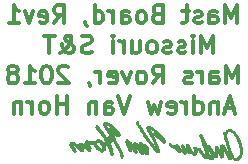
<source format=gbr>
G04 #@! TF.FileFunction,Legend,Bot*
%FSLAX46Y46*%
G04 Gerber Fmt 4.6, Leading zero omitted, Abs format (unit mm)*
G04 Created by KiCad (PCBNEW 4.0.7) date 03/19/18 18:51:51*
%MOMM*%
%LPD*%
G01*
G04 APERTURE LIST*
%ADD10C,0.100000*%
%ADD11C,0.300000*%
%ADD12C,0.010000*%
G04 APERTURE END LIST*
D10*
D11*
X140351257Y-106175171D02*
X140351257Y-104675171D01*
X139851257Y-105746600D01*
X139351257Y-104675171D01*
X139351257Y-106175171D01*
X137994114Y-106175171D02*
X137994114Y-105389457D01*
X138065543Y-105246600D01*
X138208400Y-105175171D01*
X138494114Y-105175171D01*
X138636971Y-105246600D01*
X137994114Y-106103743D02*
X138136971Y-106175171D01*
X138494114Y-106175171D01*
X138636971Y-106103743D01*
X138708400Y-105960886D01*
X138708400Y-105818029D01*
X138636971Y-105675171D01*
X138494114Y-105603743D01*
X138136971Y-105603743D01*
X137994114Y-105532314D01*
X137351257Y-106103743D02*
X137208400Y-106175171D01*
X136922685Y-106175171D01*
X136779828Y-106103743D01*
X136708400Y-105960886D01*
X136708400Y-105889457D01*
X136779828Y-105746600D01*
X136922685Y-105675171D01*
X137136971Y-105675171D01*
X137279828Y-105603743D01*
X137351257Y-105460886D01*
X137351257Y-105389457D01*
X137279828Y-105246600D01*
X137136971Y-105175171D01*
X136922685Y-105175171D01*
X136779828Y-105246600D01*
X136279828Y-105175171D02*
X135708399Y-105175171D01*
X136065542Y-104675171D02*
X136065542Y-105960886D01*
X135994114Y-106103743D01*
X135851256Y-106175171D01*
X135708399Y-106175171D01*
X133565542Y-105389457D02*
X133351256Y-105460886D01*
X133279828Y-105532314D01*
X133208399Y-105675171D01*
X133208399Y-105889457D01*
X133279828Y-106032314D01*
X133351256Y-106103743D01*
X133494114Y-106175171D01*
X134065542Y-106175171D01*
X134065542Y-104675171D01*
X133565542Y-104675171D01*
X133422685Y-104746600D01*
X133351256Y-104818029D01*
X133279828Y-104960886D01*
X133279828Y-105103743D01*
X133351256Y-105246600D01*
X133422685Y-105318029D01*
X133565542Y-105389457D01*
X134065542Y-105389457D01*
X132351256Y-106175171D02*
X132494114Y-106103743D01*
X132565542Y-106032314D01*
X132636971Y-105889457D01*
X132636971Y-105460886D01*
X132565542Y-105318029D01*
X132494114Y-105246600D01*
X132351256Y-105175171D01*
X132136971Y-105175171D01*
X131994114Y-105246600D01*
X131922685Y-105318029D01*
X131851256Y-105460886D01*
X131851256Y-105889457D01*
X131922685Y-106032314D01*
X131994114Y-106103743D01*
X132136971Y-106175171D01*
X132351256Y-106175171D01*
X130565542Y-106175171D02*
X130565542Y-105389457D01*
X130636971Y-105246600D01*
X130779828Y-105175171D01*
X131065542Y-105175171D01*
X131208399Y-105246600D01*
X130565542Y-106103743D02*
X130708399Y-106175171D01*
X131065542Y-106175171D01*
X131208399Y-106103743D01*
X131279828Y-105960886D01*
X131279828Y-105818029D01*
X131208399Y-105675171D01*
X131065542Y-105603743D01*
X130708399Y-105603743D01*
X130565542Y-105532314D01*
X129851256Y-106175171D02*
X129851256Y-105175171D01*
X129851256Y-105460886D02*
X129779828Y-105318029D01*
X129708399Y-105246600D01*
X129565542Y-105175171D01*
X129422685Y-105175171D01*
X128279828Y-106175171D02*
X128279828Y-104675171D01*
X128279828Y-106103743D02*
X128422685Y-106175171D01*
X128708399Y-106175171D01*
X128851257Y-106103743D01*
X128922685Y-106032314D01*
X128994114Y-105889457D01*
X128994114Y-105460886D01*
X128922685Y-105318029D01*
X128851257Y-105246600D01*
X128708399Y-105175171D01*
X128422685Y-105175171D01*
X128279828Y-105246600D01*
X127494114Y-106103743D02*
X127494114Y-106175171D01*
X127565542Y-106318029D01*
X127636971Y-106389457D01*
X124851256Y-106175171D02*
X125351256Y-105460886D01*
X125708399Y-106175171D02*
X125708399Y-104675171D01*
X125136971Y-104675171D01*
X124994113Y-104746600D01*
X124922685Y-104818029D01*
X124851256Y-104960886D01*
X124851256Y-105175171D01*
X124922685Y-105318029D01*
X124994113Y-105389457D01*
X125136971Y-105460886D01*
X125708399Y-105460886D01*
X123636971Y-106103743D02*
X123779828Y-106175171D01*
X124065542Y-106175171D01*
X124208399Y-106103743D01*
X124279828Y-105960886D01*
X124279828Y-105389457D01*
X124208399Y-105246600D01*
X124065542Y-105175171D01*
X123779828Y-105175171D01*
X123636971Y-105246600D01*
X123565542Y-105389457D01*
X123565542Y-105532314D01*
X124279828Y-105675171D01*
X123065542Y-105175171D02*
X122708399Y-106175171D01*
X122351257Y-105175171D01*
X120994114Y-106175171D02*
X121851257Y-106175171D01*
X121422685Y-106175171D02*
X121422685Y-104675171D01*
X121565542Y-104889457D01*
X121708400Y-105032314D01*
X121851257Y-105103743D01*
X138315543Y-108725171D02*
X138315543Y-107225171D01*
X137815543Y-108296600D01*
X137315543Y-107225171D01*
X137315543Y-108725171D01*
X136601257Y-108725171D02*
X136601257Y-107725171D01*
X136601257Y-107225171D02*
X136672686Y-107296600D01*
X136601257Y-107368029D01*
X136529829Y-107296600D01*
X136601257Y-107225171D01*
X136601257Y-107368029D01*
X135958400Y-108653743D02*
X135815543Y-108725171D01*
X135529828Y-108725171D01*
X135386971Y-108653743D01*
X135315543Y-108510886D01*
X135315543Y-108439457D01*
X135386971Y-108296600D01*
X135529828Y-108225171D01*
X135744114Y-108225171D01*
X135886971Y-108153743D01*
X135958400Y-108010886D01*
X135958400Y-107939457D01*
X135886971Y-107796600D01*
X135744114Y-107725171D01*
X135529828Y-107725171D01*
X135386971Y-107796600D01*
X134744114Y-108653743D02*
X134601257Y-108725171D01*
X134315542Y-108725171D01*
X134172685Y-108653743D01*
X134101257Y-108510886D01*
X134101257Y-108439457D01*
X134172685Y-108296600D01*
X134315542Y-108225171D01*
X134529828Y-108225171D01*
X134672685Y-108153743D01*
X134744114Y-108010886D01*
X134744114Y-107939457D01*
X134672685Y-107796600D01*
X134529828Y-107725171D01*
X134315542Y-107725171D01*
X134172685Y-107796600D01*
X133244113Y-108725171D02*
X133386971Y-108653743D01*
X133458399Y-108582314D01*
X133529828Y-108439457D01*
X133529828Y-108010886D01*
X133458399Y-107868029D01*
X133386971Y-107796600D01*
X133244113Y-107725171D01*
X133029828Y-107725171D01*
X132886971Y-107796600D01*
X132815542Y-107868029D01*
X132744113Y-108010886D01*
X132744113Y-108439457D01*
X132815542Y-108582314D01*
X132886971Y-108653743D01*
X133029828Y-108725171D01*
X133244113Y-108725171D01*
X131458399Y-107725171D02*
X131458399Y-108725171D01*
X132101256Y-107725171D02*
X132101256Y-108510886D01*
X132029828Y-108653743D01*
X131886970Y-108725171D01*
X131672685Y-108725171D01*
X131529828Y-108653743D01*
X131458399Y-108582314D01*
X130744113Y-108725171D02*
X130744113Y-107725171D01*
X130744113Y-108010886D02*
X130672685Y-107868029D01*
X130601256Y-107796600D01*
X130458399Y-107725171D01*
X130315542Y-107725171D01*
X129815542Y-108725171D02*
X129815542Y-107725171D01*
X129815542Y-107225171D02*
X129886971Y-107296600D01*
X129815542Y-107368029D01*
X129744114Y-107296600D01*
X129815542Y-107225171D01*
X129815542Y-107368029D01*
X128029828Y-108653743D02*
X127815542Y-108725171D01*
X127458399Y-108725171D01*
X127315542Y-108653743D01*
X127244113Y-108582314D01*
X127172685Y-108439457D01*
X127172685Y-108296600D01*
X127244113Y-108153743D01*
X127315542Y-108082314D01*
X127458399Y-108010886D01*
X127744113Y-107939457D01*
X127886971Y-107868029D01*
X127958399Y-107796600D01*
X128029828Y-107653743D01*
X128029828Y-107510886D01*
X127958399Y-107368029D01*
X127886971Y-107296600D01*
X127744113Y-107225171D01*
X127386971Y-107225171D01*
X127172685Y-107296600D01*
X125315542Y-108725171D02*
X125386971Y-108725171D01*
X125529828Y-108653743D01*
X125744114Y-108439457D01*
X126101257Y-108010886D01*
X126244114Y-107796600D01*
X126315542Y-107582314D01*
X126315542Y-107439457D01*
X126244114Y-107296600D01*
X126101257Y-107225171D01*
X126029828Y-107225171D01*
X125886971Y-107296600D01*
X125815542Y-107439457D01*
X125815542Y-107510886D01*
X125886971Y-107653743D01*
X125958400Y-107725171D01*
X126386971Y-108010886D01*
X126458400Y-108082314D01*
X126529828Y-108225171D01*
X126529828Y-108439457D01*
X126458400Y-108582314D01*
X126386971Y-108653743D01*
X126244114Y-108725171D01*
X126029828Y-108725171D01*
X125886971Y-108653743D01*
X125815542Y-108582314D01*
X125601257Y-108296600D01*
X125529828Y-108082314D01*
X125529828Y-107939457D01*
X124886971Y-107225171D02*
X124029828Y-107225171D01*
X124458399Y-108725171D02*
X124458399Y-107225171D01*
X140422684Y-111275171D02*
X140422684Y-109775171D01*
X139922684Y-110846600D01*
X139422684Y-109775171D01*
X139422684Y-111275171D01*
X138065541Y-111275171D02*
X138065541Y-110489457D01*
X138136970Y-110346600D01*
X138279827Y-110275171D01*
X138565541Y-110275171D01*
X138708398Y-110346600D01*
X138065541Y-111203743D02*
X138208398Y-111275171D01*
X138565541Y-111275171D01*
X138708398Y-111203743D01*
X138779827Y-111060886D01*
X138779827Y-110918029D01*
X138708398Y-110775171D01*
X138565541Y-110703743D01*
X138208398Y-110703743D01*
X138065541Y-110632314D01*
X137351255Y-111275171D02*
X137351255Y-110275171D01*
X137351255Y-110560886D02*
X137279827Y-110418029D01*
X137208398Y-110346600D01*
X137065541Y-110275171D01*
X136922684Y-110275171D01*
X136494113Y-111203743D02*
X136351256Y-111275171D01*
X136065541Y-111275171D01*
X135922684Y-111203743D01*
X135851256Y-111060886D01*
X135851256Y-110989457D01*
X135922684Y-110846600D01*
X136065541Y-110775171D01*
X136279827Y-110775171D01*
X136422684Y-110703743D01*
X136494113Y-110560886D01*
X136494113Y-110489457D01*
X136422684Y-110346600D01*
X136279827Y-110275171D01*
X136065541Y-110275171D01*
X135922684Y-110346600D01*
X133208398Y-111275171D02*
X133708398Y-110560886D01*
X134065541Y-111275171D02*
X134065541Y-109775171D01*
X133494113Y-109775171D01*
X133351255Y-109846600D01*
X133279827Y-109918029D01*
X133208398Y-110060886D01*
X133208398Y-110275171D01*
X133279827Y-110418029D01*
X133351255Y-110489457D01*
X133494113Y-110560886D01*
X134065541Y-110560886D01*
X132351255Y-111275171D02*
X132494113Y-111203743D01*
X132565541Y-111132314D01*
X132636970Y-110989457D01*
X132636970Y-110560886D01*
X132565541Y-110418029D01*
X132494113Y-110346600D01*
X132351255Y-110275171D01*
X132136970Y-110275171D01*
X131994113Y-110346600D01*
X131922684Y-110418029D01*
X131851255Y-110560886D01*
X131851255Y-110989457D01*
X131922684Y-111132314D01*
X131994113Y-111203743D01*
X132136970Y-111275171D01*
X132351255Y-111275171D01*
X131351255Y-110275171D02*
X130994112Y-111275171D01*
X130636970Y-110275171D01*
X129494113Y-111203743D02*
X129636970Y-111275171D01*
X129922684Y-111275171D01*
X130065541Y-111203743D01*
X130136970Y-111060886D01*
X130136970Y-110489457D01*
X130065541Y-110346600D01*
X129922684Y-110275171D01*
X129636970Y-110275171D01*
X129494113Y-110346600D01*
X129422684Y-110489457D01*
X129422684Y-110632314D01*
X130136970Y-110775171D01*
X128779827Y-111275171D02*
X128779827Y-110275171D01*
X128779827Y-110560886D02*
X128708399Y-110418029D01*
X128636970Y-110346600D01*
X128494113Y-110275171D01*
X128351256Y-110275171D01*
X127779828Y-111203743D02*
X127779828Y-111275171D01*
X127851256Y-111418029D01*
X127922685Y-111489457D01*
X126065542Y-109918029D02*
X125994113Y-109846600D01*
X125851256Y-109775171D01*
X125494113Y-109775171D01*
X125351256Y-109846600D01*
X125279827Y-109918029D01*
X125208399Y-110060886D01*
X125208399Y-110203743D01*
X125279827Y-110418029D01*
X126136970Y-111275171D01*
X125208399Y-111275171D01*
X124279828Y-109775171D02*
X124136971Y-109775171D01*
X123994114Y-109846600D01*
X123922685Y-109918029D01*
X123851256Y-110060886D01*
X123779828Y-110346600D01*
X123779828Y-110703743D01*
X123851256Y-110989457D01*
X123922685Y-111132314D01*
X123994114Y-111203743D01*
X124136971Y-111275171D01*
X124279828Y-111275171D01*
X124422685Y-111203743D01*
X124494114Y-111132314D01*
X124565542Y-110989457D01*
X124636971Y-110703743D01*
X124636971Y-110346600D01*
X124565542Y-110060886D01*
X124494114Y-109918029D01*
X124422685Y-109846600D01*
X124279828Y-109775171D01*
X122351257Y-111275171D02*
X123208400Y-111275171D01*
X122779828Y-111275171D02*
X122779828Y-109775171D01*
X122922685Y-109989457D01*
X123065543Y-110132314D01*
X123208400Y-110203743D01*
X121494114Y-110418029D02*
X121636972Y-110346600D01*
X121708400Y-110275171D01*
X121779829Y-110132314D01*
X121779829Y-110060886D01*
X121708400Y-109918029D01*
X121636972Y-109846600D01*
X121494114Y-109775171D01*
X121208400Y-109775171D01*
X121065543Y-109846600D01*
X120994114Y-109918029D01*
X120922686Y-110060886D01*
X120922686Y-110132314D01*
X120994114Y-110275171D01*
X121065543Y-110346600D01*
X121208400Y-110418029D01*
X121494114Y-110418029D01*
X121636972Y-110489457D01*
X121708400Y-110560886D01*
X121779829Y-110703743D01*
X121779829Y-110989457D01*
X121708400Y-111132314D01*
X121636972Y-111203743D01*
X121494114Y-111275171D01*
X121208400Y-111275171D01*
X121065543Y-111203743D01*
X120994114Y-111132314D01*
X120922686Y-110989457D01*
X120922686Y-110703743D01*
X120994114Y-110560886D01*
X121065543Y-110489457D01*
X121208400Y-110418029D01*
X140065543Y-113396600D02*
X139351257Y-113396600D01*
X140208400Y-113825171D02*
X139708400Y-112325171D01*
X139208400Y-113825171D01*
X138708400Y-112825171D02*
X138708400Y-113825171D01*
X138708400Y-112968029D02*
X138636972Y-112896600D01*
X138494114Y-112825171D01*
X138279829Y-112825171D01*
X138136972Y-112896600D01*
X138065543Y-113039457D01*
X138065543Y-113825171D01*
X136708400Y-113825171D02*
X136708400Y-112325171D01*
X136708400Y-113753743D02*
X136851257Y-113825171D01*
X137136971Y-113825171D01*
X137279829Y-113753743D01*
X137351257Y-113682314D01*
X137422686Y-113539457D01*
X137422686Y-113110886D01*
X137351257Y-112968029D01*
X137279829Y-112896600D01*
X137136971Y-112825171D01*
X136851257Y-112825171D01*
X136708400Y-112896600D01*
X135994114Y-113825171D02*
X135994114Y-112825171D01*
X135994114Y-113110886D02*
X135922686Y-112968029D01*
X135851257Y-112896600D01*
X135708400Y-112825171D01*
X135565543Y-112825171D01*
X134494115Y-113753743D02*
X134636972Y-113825171D01*
X134922686Y-113825171D01*
X135065543Y-113753743D01*
X135136972Y-113610886D01*
X135136972Y-113039457D01*
X135065543Y-112896600D01*
X134922686Y-112825171D01*
X134636972Y-112825171D01*
X134494115Y-112896600D01*
X134422686Y-113039457D01*
X134422686Y-113182314D01*
X135136972Y-113325171D01*
X133922686Y-112825171D02*
X133636972Y-113825171D01*
X133351258Y-113110886D01*
X133065543Y-113825171D01*
X132779829Y-112825171D01*
X131279829Y-112325171D02*
X130779829Y-113825171D01*
X130279829Y-112325171D01*
X129136972Y-113825171D02*
X129136972Y-113039457D01*
X129208401Y-112896600D01*
X129351258Y-112825171D01*
X129636972Y-112825171D01*
X129779829Y-112896600D01*
X129136972Y-113753743D02*
X129279829Y-113825171D01*
X129636972Y-113825171D01*
X129779829Y-113753743D01*
X129851258Y-113610886D01*
X129851258Y-113468029D01*
X129779829Y-113325171D01*
X129636972Y-113253743D01*
X129279829Y-113253743D01*
X129136972Y-113182314D01*
X128422686Y-112825171D02*
X128422686Y-113825171D01*
X128422686Y-112968029D02*
X128351258Y-112896600D01*
X128208400Y-112825171D01*
X127994115Y-112825171D01*
X127851258Y-112896600D01*
X127779829Y-113039457D01*
X127779829Y-113825171D01*
X125922686Y-113825171D02*
X125922686Y-112325171D01*
X125922686Y-113039457D02*
X125065543Y-113039457D01*
X125065543Y-113825171D02*
X125065543Y-112325171D01*
X124136971Y-113825171D02*
X124279829Y-113753743D01*
X124351257Y-113682314D01*
X124422686Y-113539457D01*
X124422686Y-113110886D01*
X124351257Y-112968029D01*
X124279829Y-112896600D01*
X124136971Y-112825171D01*
X123922686Y-112825171D01*
X123779829Y-112896600D01*
X123708400Y-112968029D01*
X123636971Y-113110886D01*
X123636971Y-113539457D01*
X123708400Y-113682314D01*
X123779829Y-113753743D01*
X123922686Y-113825171D01*
X124136971Y-113825171D01*
X122994114Y-113825171D02*
X122994114Y-112825171D01*
X122994114Y-113110886D02*
X122922686Y-112968029D01*
X122851257Y-112896600D01*
X122708400Y-112825171D01*
X122565543Y-112825171D01*
X122065543Y-112825171D02*
X122065543Y-113825171D01*
X122065543Y-112968029D02*
X121994115Y-112896600D01*
X121851257Y-112825171D01*
X121636972Y-112825171D01*
X121494115Y-112896600D01*
X121422686Y-113039457D01*
X121422686Y-113825171D01*
D12*
G36*
X139705413Y-115149491D02*
X139597941Y-115160368D01*
X139513046Y-115181806D01*
X139449050Y-115214855D01*
X139404276Y-115260568D01*
X139377046Y-115319995D01*
X139368708Y-115360590D01*
X139358553Y-115421762D01*
X139347900Y-115457404D01*
X139336316Y-115468038D01*
X139323364Y-115454186D01*
X139312485Y-115428020D01*
X139296218Y-115398768D01*
X139270991Y-115389102D01*
X139265621Y-115388944D01*
X139239596Y-115394927D01*
X139232379Y-115414226D01*
X139224684Y-115442008D01*
X139204658Y-115448293D01*
X139179376Y-115433718D01*
X139157789Y-115418198D01*
X139147463Y-115422125D01*
X139147999Y-115446974D01*
X139158997Y-115494219D01*
X139161016Y-115501519D01*
X139185106Y-115588166D01*
X139203692Y-115656705D01*
X139218562Y-115714035D01*
X139231506Y-115767059D01*
X139244310Y-115822677D01*
X139244901Y-115825303D01*
X139274929Y-115948925D01*
X139308891Y-116067507D01*
X139349031Y-116190020D01*
X139370113Y-116256827D01*
X139390922Y-116331739D01*
X139406929Y-116398431D01*
X139421939Y-116457725D01*
X139440760Y-116516114D01*
X139459520Y-116561692D01*
X139460946Y-116564514D01*
X139479107Y-116603259D01*
X139490679Y-116634806D01*
X139492892Y-116646383D01*
X139499441Y-116672464D01*
X139510685Y-116695222D01*
X139518519Y-116713832D01*
X139528385Y-116748289D01*
X139540638Y-116800272D01*
X139555635Y-116871460D01*
X139573731Y-116963531D01*
X139595280Y-117078164D01*
X139617469Y-117199508D01*
X139628326Y-117254888D01*
X139639462Y-117304224D01*
X139648896Y-117338928D01*
X139651025Y-117345016D01*
X139659403Y-117379199D01*
X139659388Y-117403631D01*
X139651116Y-117411415D01*
X139635902Y-117397422D01*
X139615450Y-117364448D01*
X139591465Y-117315291D01*
X139565653Y-117252748D01*
X139562748Y-117245097D01*
X139542738Y-117196510D01*
X139522548Y-117154854D01*
X139506371Y-117128734D01*
X139505635Y-117127867D01*
X139483725Y-117094279D01*
X139473244Y-117069251D01*
X139462770Y-117040327D01*
X139445213Y-116997891D01*
X139427728Y-116958533D01*
X139401849Y-116902026D01*
X139374007Y-116840987D01*
X139358430Y-116806706D01*
X139339217Y-116766919D01*
X139322872Y-116737605D01*
X139314197Y-116726336D01*
X139304348Y-116711840D01*
X139288093Y-116679533D01*
X139268611Y-116635829D01*
X139264615Y-116626304D01*
X139237572Y-116568469D01*
X139209057Y-116526316D01*
X139172129Y-116490055D01*
X139162293Y-116481981D01*
X139125874Y-116455095D01*
X139095315Y-116436620D01*
X139079595Y-116430995D01*
X139054741Y-116436485D01*
X139015120Y-116450831D01*
X138969064Y-116470844D01*
X138945815Y-116482188D01*
X138932164Y-116501420D01*
X138920558Y-116541091D01*
X138915826Y-116569027D01*
X138907577Y-116619813D01*
X138897685Y-116667196D01*
X138891696Y-116689611D01*
X138885651Y-116727550D01*
X138883738Y-116786889D01*
X138886067Y-116863290D01*
X138886943Y-116878483D01*
X138890536Y-116940899D01*
X138891883Y-116980818D01*
X138890645Y-117001723D01*
X138886478Y-117007101D01*
X138879042Y-117000434D01*
X138875451Y-116995692D01*
X138855088Y-116962158D01*
X138830432Y-116913701D01*
X138805447Y-116859105D01*
X138784097Y-116807154D01*
X138770344Y-116766633D01*
X138768352Y-116758323D01*
X138754216Y-116720273D01*
X138735957Y-116692954D01*
X138717746Y-116669241D01*
X138711353Y-116653898D01*
X138701372Y-116640259D01*
X138675605Y-116618276D01*
X138650176Y-116599962D01*
X138591600Y-116570539D01*
X138536976Y-116565747D01*
X138482208Y-116585439D01*
X138469001Y-116593520D01*
X138456657Y-116602494D01*
X138447761Y-116613312D01*
X138442089Y-116629621D01*
X138439414Y-116655069D01*
X138439510Y-116693304D01*
X138442150Y-116747974D01*
X138447110Y-116822726D01*
X138451223Y-116880379D01*
X138458502Y-116981698D01*
X138463996Y-117059995D01*
X138467755Y-117118236D01*
X138469832Y-117159385D01*
X138470276Y-117186408D01*
X138469141Y-117202269D01*
X138466477Y-117209934D01*
X138462335Y-117212367D01*
X138456976Y-117212533D01*
X138439190Y-117201743D01*
X138431728Y-117187825D01*
X138418328Y-117163791D01*
X138393545Y-117131660D01*
X138380582Y-117117201D01*
X138347641Y-117077512D01*
X138313894Y-117029673D01*
X138300746Y-117008396D01*
X138274812Y-116967654D01*
X138248764Y-116932784D01*
X138236515Y-116919353D01*
X138219523Y-116898577D01*
X138192843Y-116860452D01*
X138170733Y-116826647D01*
X137939666Y-116826647D01*
X137922372Y-116853398D01*
X137888564Y-116873677D01*
X137855545Y-116868940D01*
X137826650Y-116840096D01*
X137818387Y-116825020D01*
X137799173Y-116771000D01*
X137789934Y-116715416D01*
X137791326Y-116666609D01*
X137803365Y-116633744D01*
X137815384Y-116620416D01*
X137825053Y-116622080D01*
X137837080Y-116642153D01*
X137848219Y-116666308D01*
X137871630Y-116708773D01*
X137899259Y-116746099D01*
X137908507Y-116755650D01*
X137937005Y-116792389D01*
X137939666Y-116826647D01*
X138170733Y-116826647D01*
X138159924Y-116810122D01*
X138124218Y-116752734D01*
X138118637Y-116743507D01*
X138068193Y-116662827D01*
X138025337Y-116601927D01*
X137986751Y-116556924D01*
X137949122Y-116523938D01*
X137910513Y-116499810D01*
X137867665Y-116484762D01*
X137824157Y-116481212D01*
X137790032Y-116489513D01*
X137782143Y-116495303D01*
X137756069Y-116509793D01*
X137733388Y-116499073D01*
X137715364Y-116463896D01*
X137712375Y-116453790D01*
X137685479Y-116365105D01*
X137653766Y-116277805D01*
X137620793Y-116201209D01*
X137601719Y-116163969D01*
X137578845Y-116121345D01*
X137547528Y-116060588D01*
X137510452Y-115987123D01*
X137470301Y-115906372D01*
X137429758Y-115823759D01*
X137391508Y-115744707D01*
X137358235Y-115674639D01*
X137339038Y-115633174D01*
X137316163Y-115587294D01*
X137294974Y-115552315D01*
X137278989Y-115533794D01*
X137275129Y-115532226D01*
X137253108Y-115540166D01*
X137221943Y-115559990D01*
X137189147Y-115585703D01*
X137162232Y-115611310D01*
X137148712Y-115630816D01*
X137148276Y-115633450D01*
X137151584Y-115659712D01*
X137159885Y-115700541D01*
X137170751Y-115745535D01*
X137181751Y-115784291D01*
X137187007Y-115799251D01*
X137196871Y-115827769D01*
X137209086Y-115868238D01*
X137213401Y-115883690D01*
X137229095Y-115931421D01*
X137250467Y-115984822D01*
X137260425Y-116006615D01*
X137277947Y-116046406D01*
X137289330Y-116078899D01*
X137291755Y-116091510D01*
X137296267Y-116117737D01*
X137306991Y-116154320D01*
X137320211Y-116190322D01*
X137332212Y-116214808D01*
X137334734Y-116217999D01*
X137341851Y-116236911D01*
X137343661Y-116256551D01*
X137348801Y-116283265D01*
X137356687Y-116294226D01*
X137365582Y-116311590D01*
X137369681Y-116342995D01*
X137369712Y-116346041D01*
X137375492Y-116389458D01*
X137388068Y-116426683D01*
X137401370Y-116457758D01*
X137418594Y-116503771D01*
X137436005Y-116554738D01*
X137456240Y-116610383D01*
X137483573Y-116676778D01*
X137512892Y-116741659D01*
X137520145Y-116756636D01*
X137549197Y-116816073D01*
X137569403Y-116859458D01*
X137583629Y-116894007D01*
X137594741Y-116926938D01*
X137605604Y-116965469D01*
X137610659Y-116984585D01*
X137618825Y-117022516D01*
X137627536Y-117074037D01*
X137636118Y-117133454D01*
X137643896Y-117195076D01*
X137650197Y-117253212D01*
X137654348Y-117302168D01*
X137655673Y-117336255D01*
X137653868Y-117349540D01*
X137635370Y-117350523D01*
X137604838Y-117329186D01*
X137562760Y-117286052D01*
X137509623Y-117221645D01*
X137445917Y-117136490D01*
X137415302Y-117093492D01*
X137378495Y-117042418D01*
X137335794Y-116985011D01*
X137303380Y-116942662D01*
X137269231Y-116894287D01*
X137238690Y-116843150D01*
X137219562Y-116803108D01*
X137196673Y-116757897D01*
X137165966Y-116728223D01*
X137122952Y-116712170D01*
X137063138Y-116707820D01*
X137004101Y-116711125D01*
X136932372Y-116713878D01*
X136881348Y-116706783D01*
X136847267Y-116688947D01*
X136831757Y-116670067D01*
X136800594Y-116640299D01*
X136755377Y-116623509D01*
X136706275Y-116623092D01*
X136697223Y-116625178D01*
X136647531Y-116648636D01*
X136620189Y-116683516D01*
X136615854Y-116726819D01*
X136635182Y-116775543D01*
X136657796Y-116805444D01*
X136698772Y-116869737D01*
X136720896Y-116945606D01*
X136721875Y-117022028D01*
X136715201Y-117072498D01*
X136651445Y-117064946D01*
X136599668Y-117052876D01*
X136545783Y-117030745D01*
X136496415Y-117002436D01*
X136458187Y-116971835D01*
X136437721Y-116942823D01*
X136436625Y-116938995D01*
X136411128Y-116841051D01*
X136378938Y-116743677D01*
X136342377Y-116652361D01*
X136303762Y-116572590D01*
X136265415Y-116509852D01*
X136243901Y-116483097D01*
X136217717Y-116450991D01*
X136198538Y-116421226D01*
X136181588Y-116399335D01*
X136158051Y-116393675D01*
X136122511Y-116404088D01*
X136092871Y-116418137D01*
X136049138Y-116444802D01*
X136021631Y-116475033D01*
X136007566Y-116514954D01*
X136004159Y-116570690D01*
X136005784Y-116609724D01*
X136012659Y-116675960D01*
X136026135Y-116729892D01*
X136049768Y-116785088D01*
X136053913Y-116793342D01*
X136073483Y-116834850D01*
X136085733Y-116866917D01*
X136088221Y-116883071D01*
X136087921Y-116883487D01*
X136077225Y-116883664D01*
X136057931Y-116869606D01*
X136028756Y-116839903D01*
X135988418Y-116793144D01*
X135935636Y-116727920D01*
X135869127Y-116642820D01*
X135868894Y-116642519D01*
X135809727Y-116567415D01*
X135762945Y-116511988D01*
X135726288Y-116474372D01*
X135697496Y-116452697D01*
X135674308Y-116445096D01*
X135654465Y-116449702D01*
X135644150Y-116456768D01*
X135623954Y-116482621D01*
X135617390Y-116497299D01*
X135602776Y-116517788D01*
X135590835Y-116522174D01*
X135576529Y-116525196D01*
X135574931Y-116536973D01*
X135587133Y-116561574D01*
X135611488Y-116599032D01*
X135633521Y-116634665D01*
X135647596Y-116663415D01*
X135650328Y-116673893D01*
X135656025Y-116692111D01*
X135671443Y-116727777D01*
X135694069Y-116775340D01*
X135715314Y-116817529D01*
X135741215Y-116868869D01*
X135761394Y-116910963D01*
X135773581Y-116938931D01*
X135776002Y-116947919D01*
X135764426Y-116942656D01*
X135737455Y-116924869D01*
X135700256Y-116898028D01*
X135688221Y-116888992D01*
X135600398Y-116812800D01*
X135520328Y-116725042D01*
X135456217Y-116634810D01*
X135451220Y-116626379D01*
X135426024Y-116589435D01*
X135388996Y-116542731D01*
X135346940Y-116494709D01*
X135334088Y-116481024D01*
X135294299Y-116440210D01*
X135266829Y-116415308D01*
X135246345Y-116403072D01*
X135227515Y-116400254D01*
X135206457Y-116403313D01*
X135169622Y-116418031D01*
X135142333Y-116449164D01*
X135136020Y-116460169D01*
X135110174Y-116507998D01*
X135147894Y-116580095D01*
X135172965Y-116622043D01*
X135198969Y-116656283D01*
X135215615Y-116671850D01*
X135243927Y-116696615D01*
X135259559Y-116717559D01*
X135267178Y-116738409D01*
X135260268Y-116743060D01*
X135242146Y-116734291D01*
X135216130Y-116714879D01*
X135185535Y-116687606D01*
X135153680Y-116655248D01*
X135123881Y-116620586D01*
X135099455Y-116586398D01*
X135095801Y-116580366D01*
X135059110Y-116531656D01*
X135018244Y-116507048D01*
X134969045Y-116504594D01*
X134945019Y-116509667D01*
X134916553Y-116515835D01*
X134892223Y-116515188D01*
X134864108Y-116505792D01*
X134824286Y-116485717D01*
X134806071Y-116475785D01*
X134756407Y-116446576D01*
X134709794Y-116415930D01*
X134676294Y-116390464D01*
X134676208Y-116390389D01*
X134632191Y-116360521D01*
X134596001Y-116353133D01*
X134570162Y-116367579D01*
X134557201Y-116403217D01*
X134556174Y-116421016D01*
X134565463Y-116451576D01*
X134589487Y-116490854D01*
X134622481Y-116531494D01*
X134658680Y-116566139D01*
X134683174Y-116583069D01*
X134710753Y-116600318D01*
X134724981Y-116613410D01*
X134725507Y-116615087D01*
X134736387Y-116624654D01*
X134764651Y-116641265D01*
X134803735Y-116661711D01*
X134847074Y-116682781D01*
X134888104Y-116701266D01*
X134920261Y-116713956D01*
X134935518Y-116717787D01*
X134953361Y-116726283D01*
X134983486Y-116748433D01*
X135019629Y-116779594D01*
X135022538Y-116782286D01*
X135070299Y-116825483D01*
X135122985Y-116871297D01*
X135159307Y-116901676D01*
X135204456Y-116940495D01*
X135255733Y-116987613D01*
X135298451Y-117029259D01*
X135334233Y-117063112D01*
X135364595Y-117087454D01*
X135384001Y-117097950D01*
X135386226Y-117097976D01*
X135409864Y-117100712D01*
X135429618Y-117108717D01*
X135464396Y-117115480D01*
X135494189Y-117100342D01*
X135514239Y-117067451D01*
X135520071Y-117029874D01*
X135521487Y-117001723D01*
X135527011Y-116983779D01*
X135538561Y-116977162D01*
X135558053Y-116982990D01*
X135587406Y-117002383D01*
X135628535Y-117036457D01*
X135683357Y-117086333D01*
X135753790Y-117153128D01*
X135788513Y-117186521D01*
X135818201Y-117210802D01*
X135843637Y-117224463D01*
X135849616Y-117225559D01*
X135872579Y-117232825D01*
X135878276Y-117238585D01*
X135897987Y-117249405D01*
X135929413Y-117250724D01*
X135960302Y-117243256D01*
X135975248Y-117232940D01*
X135983637Y-117209406D01*
X135984892Y-117165772D01*
X135981673Y-117122222D01*
X135978266Y-117067916D01*
X135981597Y-117037734D01*
X135992260Y-117030481D01*
X136010848Y-117044967D01*
X136016707Y-117051731D01*
X136041213Y-117072611D01*
X136073661Y-117091588D01*
X136131361Y-117120646D01*
X136167778Y-117144232D01*
X136186489Y-117164664D01*
X136186542Y-117164759D01*
X136205054Y-117177666D01*
X136240316Y-117188899D01*
X136263466Y-117193123D01*
X136305484Y-117197096D01*
X136332308Y-117193075D01*
X136354108Y-117179022D01*
X136359869Y-117173791D01*
X136382692Y-117155356D01*
X136402006Y-117153494D01*
X136428802Y-117165359D01*
X136461333Y-117184807D01*
X136502674Y-117212912D01*
X136527937Y-117231509D01*
X136564007Y-117256636D01*
X136594109Y-117273398D01*
X136607825Y-117277662D01*
X136625095Y-117284178D01*
X136627251Y-117289652D01*
X136638707Y-117303387D01*
X136668398Y-117310301D01*
X136709314Y-117309991D01*
X136754439Y-117302052D01*
X136768684Y-117297814D01*
X136833460Y-117265724D01*
X136879761Y-117218006D01*
X136908030Y-117153589D01*
X136918710Y-117071406D01*
X136912246Y-116970385D01*
X136910268Y-116956471D01*
X136900209Y-116889280D01*
X136951626Y-116880593D01*
X136997303Y-116878954D01*
X137033881Y-116888674D01*
X137054672Y-116907382D01*
X137057097Y-116917983D01*
X137065292Y-116937878D01*
X137085687Y-116966210D01*
X137092917Y-116974514D01*
X137116912Y-117004530D01*
X137148167Y-117048526D01*
X137180722Y-117098036D01*
X137187353Y-117108644D01*
X137226708Y-117167201D01*
X137273844Y-117230126D01*
X137318645Y-117283921D01*
X137319192Y-117284528D01*
X137356734Y-117327766D01*
X137389974Y-117368937D01*
X137412782Y-117400385D01*
X137415661Y-117405017D01*
X137441151Y-117436104D01*
X137478050Y-117468178D01*
X137493899Y-117479130D01*
X137535821Y-117508880D01*
X137574924Y-117541745D01*
X137585482Y-117552083D01*
X137607124Y-117576263D01*
X137611202Y-117587411D01*
X137599207Y-117590265D01*
X137597493Y-117590277D01*
X137581396Y-117593670D01*
X137587991Y-117605356D01*
X137606338Y-117613674D01*
X137621296Y-117605308D01*
X137647487Y-117596532D01*
X137678659Y-117598010D01*
X137731956Y-117596570D01*
X137779018Y-117570402D01*
X137818634Y-117520341D01*
X137833079Y-117491670D01*
X137850665Y-117454072D01*
X137864495Y-117428421D01*
X137870577Y-117420944D01*
X137880700Y-117430969D01*
X137891795Y-117448970D01*
X137900401Y-117468722D01*
X137893290Y-117471483D01*
X137885741Y-117468917D01*
X137869333Y-117464348D01*
X137866405Y-117471975D01*
X137876109Y-117496831D01*
X137879699Y-117504770D01*
X137891822Y-117526485D01*
X137902040Y-117526288D01*
X137909889Y-117516963D01*
X137921418Y-117506461D01*
X137934637Y-117511540D01*
X137955576Y-117534996D01*
X137959529Y-117539985D01*
X137986384Y-117573481D01*
X138009810Y-117601705D01*
X138014006Y-117606559D01*
X138030156Y-117634288D01*
X138034020Y-117652062D01*
X138027119Y-117657449D01*
X138006207Y-117641682D01*
X137975609Y-117609729D01*
X137946565Y-117579181D01*
X137925585Y-117560533D01*
X137917018Y-117557627D01*
X137916994Y-117557945D01*
X137925477Y-117582379D01*
X137947198Y-117615837D01*
X137975763Y-117650217D01*
X138004781Y-117677418D01*
X138018112Y-117686128D01*
X138059565Y-117697753D01*
X138113959Y-117701140D01*
X138170401Y-117696764D01*
X138218002Y-117685102D01*
X138235164Y-117676635D01*
X138275312Y-117636134D01*
X138304360Y-117577841D01*
X138319263Y-117508736D01*
X138320584Y-117480847D01*
X138322442Y-117440176D01*
X138327222Y-117411296D01*
X138331617Y-117402637D01*
X138346508Y-117406904D01*
X138370690Y-117425752D01*
X138380463Y-117435400D01*
X138403350Y-117461031D01*
X138409451Y-117475998D01*
X138400738Y-117487709D01*
X138395482Y-117491732D01*
X138375631Y-117510350D01*
X138379395Y-117521000D01*
X138407653Y-117525021D01*
X138417429Y-117525149D01*
X138458136Y-117528525D01*
X138492326Y-117536512D01*
X138527924Y-117541308D01*
X138551107Y-117537184D01*
X138578012Y-117516664D01*
X138602704Y-117481728D01*
X138618130Y-117443555D01*
X138620174Y-117427685D01*
X138625344Y-117403073D01*
X138634548Y-117377768D01*
X138109854Y-117377768D01*
X138104814Y-117404558D01*
X138091465Y-117407238D01*
X138070354Y-117387125D01*
X138052953Y-117367306D01*
X138023879Y-117335818D01*
X137991475Y-117301626D01*
X137954794Y-117259374D01*
X137918556Y-117210880D01*
X137886728Y-117162292D01*
X137863279Y-117119755D01*
X137852175Y-117089416D01*
X137851783Y-117085211D01*
X137862472Y-117068393D01*
X137881703Y-117057185D01*
X137911214Y-117041335D01*
X137946187Y-117016589D01*
X137953536Y-117010597D01*
X137983375Y-116990128D01*
X138007447Y-116981475D01*
X138012574Y-116982050D01*
X138031228Y-116999825D01*
X138052234Y-117035479D01*
X138072455Y-117081423D01*
X138088756Y-117130070D01*
X138098002Y-117173831D01*
X138099006Y-117191202D01*
X138099857Y-117234697D01*
X138103313Y-117289489D01*
X138106803Y-117326508D01*
X138109854Y-117377768D01*
X138634548Y-117377768D01*
X138638167Y-117367821D01*
X138642176Y-117358653D01*
X138656487Y-117324917D01*
X138664910Y-117300811D01*
X138665658Y-117297200D01*
X138670522Y-117277365D01*
X138680790Y-117244153D01*
X138684211Y-117233909D01*
X138693398Y-117197587D01*
X138693952Y-117160578D01*
X138685938Y-117111378D01*
X138684920Y-117106527D01*
X138674505Y-117064484D01*
X138664109Y-117033761D01*
X138657390Y-117022511D01*
X138648382Y-117005363D01*
X138646225Y-116987434D01*
X138647321Y-116968129D01*
X138654738Y-116969179D01*
X138670043Y-116984946D01*
X138686632Y-117009536D01*
X138707899Y-117050096D01*
X138729441Y-117098181D01*
X138730929Y-117101815D01*
X138755203Y-117157864D01*
X138786126Y-117224234D01*
X138817828Y-117288403D01*
X138824342Y-117301015D01*
X138848969Y-117349583D01*
X138868136Y-117389957D01*
X138879116Y-117416268D01*
X138880687Y-117422411D01*
X138889055Y-117447485D01*
X138910013Y-117480415D01*
X138937336Y-117513682D01*
X138964802Y-117539766D01*
X138986188Y-117551148D01*
X138987263Y-117551200D01*
X139021247Y-117547146D01*
X139062280Y-117537004D01*
X139100652Y-117523807D01*
X139126653Y-117510586D01*
X139131231Y-117506244D01*
X139137213Y-117483232D01*
X139139811Y-117439936D01*
X139139182Y-117381883D01*
X139135482Y-117314599D01*
X139128868Y-117243610D01*
X139122345Y-117192995D01*
X139114578Y-117137041D01*
X139111300Y-117101000D01*
X139112789Y-117079074D01*
X139119323Y-117065466D01*
X139128912Y-117056226D01*
X139140794Y-117043518D01*
X139146473Y-117026067D01*
X139146588Y-116997308D01*
X139141778Y-116950674D01*
X139140328Y-116938995D01*
X139132559Y-116881903D01*
X139124076Y-116826700D01*
X139116830Y-116785944D01*
X139111552Y-116748956D01*
X139115582Y-116732426D01*
X139121087Y-116730585D01*
X139134597Y-116741436D01*
X139156054Y-116770314D01*
X139182248Y-116811702D01*
X139209971Y-116860083D01*
X139236016Y-116909941D01*
X139257173Y-116955760D01*
X139267055Y-116981565D01*
X139280561Y-117016508D01*
X139302366Y-117067042D01*
X139329078Y-117125480D01*
X139348866Y-117166944D01*
X139375654Y-117223172D01*
X139398714Y-117273727D01*
X139415202Y-117312247D01*
X139421648Y-117329764D01*
X139432703Y-117356793D01*
X139453087Y-117397738D01*
X139478614Y-117444244D01*
X139481514Y-117449267D01*
X139505523Y-117491784D01*
X139523335Y-117525511D01*
X139531711Y-117544261D01*
X139531969Y-117545661D01*
X139537292Y-117561600D01*
X139551091Y-117593235D01*
X139566061Y-117624799D01*
X139592912Y-117670974D01*
X139616148Y-117692777D01*
X139623591Y-117694482D01*
X139645822Y-117701247D01*
X139651741Y-117708620D01*
X139665816Y-117712175D01*
X139699390Y-117702796D01*
X139728587Y-117690856D01*
X139771779Y-117669373D01*
X139780996Y-117661918D01*
X139636174Y-117661918D01*
X139629661Y-117668431D01*
X139623148Y-117661918D01*
X139629661Y-117655405D01*
X139636174Y-117661918D01*
X139780996Y-117661918D01*
X139796802Y-117649134D01*
X139810489Y-117624073D01*
X139813078Y-117615868D01*
X139825350Y-117585386D01*
X139838815Y-117568462D01*
X139840115Y-117567886D01*
X139855976Y-117573821D01*
X139884945Y-117593940D01*
X139921453Y-117624260D01*
X139931099Y-117632962D01*
X140014755Y-117699880D01*
X140095088Y-117742916D01*
X140175540Y-117763347D01*
X140259552Y-117762449D01*
X140274430Y-117760268D01*
X140375516Y-117730993D01*
X140471104Y-117679016D01*
X140555770Y-117607687D01*
X140595116Y-117562202D01*
X140623686Y-117520816D01*
X140651272Y-117473675D01*
X140675082Y-117426628D01*
X140692322Y-117385525D01*
X140700198Y-117356216D01*
X140698498Y-117345695D01*
X140700239Y-117331843D01*
X140710483Y-117302190D01*
X140719810Y-117279722D01*
X140739161Y-117225051D01*
X140759070Y-117149576D01*
X140759527Y-117147405D01*
X140576906Y-117147405D01*
X140571502Y-117210172D01*
X140553969Y-117280273D01*
X140527395Y-117350092D01*
X140494869Y-117412013D01*
X140459478Y-117458418D01*
X140445978Y-117470356D01*
X140407949Y-117501417D01*
X140371986Y-117534671D01*
X140343509Y-117564664D01*
X140327938Y-117585938D01*
X140326533Y-117590582D01*
X140315762Y-117602412D01*
X140289768Y-117617857D01*
X140258031Y-117632258D01*
X140230031Y-117640956D01*
X140222328Y-117641797D01*
X140198954Y-117636659D01*
X140163664Y-117623756D01*
X140149891Y-117617781D01*
X140107880Y-117592942D01*
X140066162Y-117558924D01*
X140030616Y-117521697D01*
X140007125Y-117487234D01*
X140000950Y-117466533D01*
X139995135Y-117440543D01*
X139980415Y-117402203D01*
X139968273Y-117376403D01*
X139950138Y-117337908D01*
X139938337Y-117307584D01*
X139935764Y-117296267D01*
X139930378Y-117279408D01*
X139915544Y-117243657D01*
X139893242Y-117193529D01*
X139865457Y-117133542D01*
X139850601Y-117102250D01*
X139819325Y-117034484D01*
X139791495Y-116969703D01*
X139769559Y-116913939D01*
X139755966Y-116873219D01*
X139753557Y-116863258D01*
X139742121Y-116818056D01*
X139724437Y-116762401D01*
X139707899Y-116717559D01*
X139693476Y-116680264D01*
X139679574Y-116641391D01*
X139665035Y-116597120D01*
X139648698Y-116543632D01*
X139629403Y-116477110D01*
X139605991Y-116393733D01*
X139577301Y-116289683D01*
X139571408Y-116268174D01*
X139538160Y-116146972D01*
X139510885Y-116048116D01*
X139488784Y-115968796D01*
X139471057Y-115906202D01*
X139456905Y-115857526D01*
X139445528Y-115819958D01*
X139436126Y-115790688D01*
X139432409Y-115779713D01*
X139416883Y-115731288D01*
X139400444Y-115675047D01*
X139393514Y-115649456D01*
X139381895Y-115605608D01*
X139372044Y-115569581D01*
X139367847Y-115555020D01*
X139369593Y-115535826D01*
X139381555Y-115532226D01*
X139405932Y-115525149D01*
X139440043Y-115507619D01*
X139475050Y-115485187D01*
X139502114Y-115463404D01*
X139512080Y-115450259D01*
X139516727Y-115428399D01*
X139522607Y-115391989D01*
X139524864Y-115375918D01*
X139533690Y-115326994D01*
X139547449Y-115298561D01*
X139571628Y-115285066D01*
X139611712Y-115280953D01*
X139618798Y-115280811D01*
X139658035Y-115283108D01*
X139696452Y-115293107D01*
X139742430Y-115313548D01*
X139779956Y-115333522D01*
X139819801Y-115358458D01*
X139867181Y-115392559D01*
X139917700Y-115432084D01*
X139966961Y-115473291D01*
X140010570Y-115512440D01*
X140044130Y-115545789D01*
X140063247Y-115569599D01*
X140066020Y-115576986D01*
X140073698Y-115592603D01*
X140092733Y-115618663D01*
X140098584Y-115625781D01*
X140119712Y-115654846D01*
X140130705Y-115677694D01*
X140131148Y-115680927D01*
X140140127Y-115698777D01*
X140162919Y-115725428D01*
X140177719Y-115739751D01*
X140197859Y-115759539D01*
X140215485Y-115781359D01*
X140232416Y-115808961D01*
X140250469Y-115846094D01*
X140271461Y-115896507D01*
X140297210Y-115963951D01*
X140329534Y-116052175D01*
X140330645Y-116055238D01*
X140356811Y-116126209D01*
X140384037Y-116198021D01*
X140409017Y-116262063D01*
X140427636Y-116307822D01*
X140477870Y-116437128D01*
X140517189Y-116560274D01*
X140544903Y-116673981D01*
X140560320Y-116774970D01*
X140562750Y-116859960D01*
X140555207Y-116912944D01*
X140553071Y-116942128D01*
X140555448Y-116987033D01*
X140561646Y-117036687D01*
X140569073Y-117084977D01*
X140574545Y-117124619D01*
X140576899Y-117147177D01*
X140576906Y-117147405D01*
X140759527Y-117147405D01*
X140778282Y-117058482D01*
X140791271Y-116984321D01*
X140789453Y-116946557D01*
X140770480Y-116920430D01*
X140751199Y-116892958D01*
X140743664Y-116851973D01*
X140743277Y-116836027D01*
X140740103Y-116776024D01*
X140731674Y-116702903D01*
X140719433Y-116625199D01*
X140704820Y-116551448D01*
X140689279Y-116490186D01*
X140680338Y-116463559D01*
X140664933Y-116417839D01*
X140648252Y-116358727D01*
X140633727Y-116298452D01*
X140632821Y-116294226D01*
X140612786Y-116203282D01*
X140595802Y-116134862D01*
X140580759Y-116085771D01*
X140566547Y-116052814D01*
X140552059Y-116032798D01*
X140538846Y-116023641D01*
X140511286Y-115997493D01*
X140494182Y-115956670D01*
X140481761Y-115911722D01*
X140469868Y-115869789D01*
X140468160Y-115863908D01*
X140454248Y-115832881D01*
X140429476Y-115791330D01*
X140402818Y-115753190D01*
X140370369Y-115708772D01*
X140330785Y-115652448D01*
X140291050Y-115594205D01*
X140278668Y-115575621D01*
X140242975Y-115525181D01*
X140202853Y-115474072D01*
X140162206Y-115426640D01*
X140124938Y-115387234D01*
X140094954Y-115360198D01*
X140076159Y-115349880D01*
X140075880Y-115349874D01*
X140062892Y-115341731D01*
X140034674Y-115319565D01*
X139995377Y-115286755D01*
X139949156Y-115246685D01*
X139948980Y-115246529D01*
X139831758Y-115143192D01*
X139705413Y-115149491D01*
X139705413Y-115149491D01*
G37*
X139705413Y-115149491D02*
X139597941Y-115160368D01*
X139513046Y-115181806D01*
X139449050Y-115214855D01*
X139404276Y-115260568D01*
X139377046Y-115319995D01*
X139368708Y-115360590D01*
X139358553Y-115421762D01*
X139347900Y-115457404D01*
X139336316Y-115468038D01*
X139323364Y-115454186D01*
X139312485Y-115428020D01*
X139296218Y-115398768D01*
X139270991Y-115389102D01*
X139265621Y-115388944D01*
X139239596Y-115394927D01*
X139232379Y-115414226D01*
X139224684Y-115442008D01*
X139204658Y-115448293D01*
X139179376Y-115433718D01*
X139157789Y-115418198D01*
X139147463Y-115422125D01*
X139147999Y-115446974D01*
X139158997Y-115494219D01*
X139161016Y-115501519D01*
X139185106Y-115588166D01*
X139203692Y-115656705D01*
X139218562Y-115714035D01*
X139231506Y-115767059D01*
X139244310Y-115822677D01*
X139244901Y-115825303D01*
X139274929Y-115948925D01*
X139308891Y-116067507D01*
X139349031Y-116190020D01*
X139370113Y-116256827D01*
X139390922Y-116331739D01*
X139406929Y-116398431D01*
X139421939Y-116457725D01*
X139440760Y-116516114D01*
X139459520Y-116561692D01*
X139460946Y-116564514D01*
X139479107Y-116603259D01*
X139490679Y-116634806D01*
X139492892Y-116646383D01*
X139499441Y-116672464D01*
X139510685Y-116695222D01*
X139518519Y-116713832D01*
X139528385Y-116748289D01*
X139540638Y-116800272D01*
X139555635Y-116871460D01*
X139573731Y-116963531D01*
X139595280Y-117078164D01*
X139617469Y-117199508D01*
X139628326Y-117254888D01*
X139639462Y-117304224D01*
X139648896Y-117338928D01*
X139651025Y-117345016D01*
X139659403Y-117379199D01*
X139659388Y-117403631D01*
X139651116Y-117411415D01*
X139635902Y-117397422D01*
X139615450Y-117364448D01*
X139591465Y-117315291D01*
X139565653Y-117252748D01*
X139562748Y-117245097D01*
X139542738Y-117196510D01*
X139522548Y-117154854D01*
X139506371Y-117128734D01*
X139505635Y-117127867D01*
X139483725Y-117094279D01*
X139473244Y-117069251D01*
X139462770Y-117040327D01*
X139445213Y-116997891D01*
X139427728Y-116958533D01*
X139401849Y-116902026D01*
X139374007Y-116840987D01*
X139358430Y-116806706D01*
X139339217Y-116766919D01*
X139322872Y-116737605D01*
X139314197Y-116726336D01*
X139304348Y-116711840D01*
X139288093Y-116679533D01*
X139268611Y-116635829D01*
X139264615Y-116626304D01*
X139237572Y-116568469D01*
X139209057Y-116526316D01*
X139172129Y-116490055D01*
X139162293Y-116481981D01*
X139125874Y-116455095D01*
X139095315Y-116436620D01*
X139079595Y-116430995D01*
X139054741Y-116436485D01*
X139015120Y-116450831D01*
X138969064Y-116470844D01*
X138945815Y-116482188D01*
X138932164Y-116501420D01*
X138920558Y-116541091D01*
X138915826Y-116569027D01*
X138907577Y-116619813D01*
X138897685Y-116667196D01*
X138891696Y-116689611D01*
X138885651Y-116727550D01*
X138883738Y-116786889D01*
X138886067Y-116863290D01*
X138886943Y-116878483D01*
X138890536Y-116940899D01*
X138891883Y-116980818D01*
X138890645Y-117001723D01*
X138886478Y-117007101D01*
X138879042Y-117000434D01*
X138875451Y-116995692D01*
X138855088Y-116962158D01*
X138830432Y-116913701D01*
X138805447Y-116859105D01*
X138784097Y-116807154D01*
X138770344Y-116766633D01*
X138768352Y-116758323D01*
X138754216Y-116720273D01*
X138735957Y-116692954D01*
X138717746Y-116669241D01*
X138711353Y-116653898D01*
X138701372Y-116640259D01*
X138675605Y-116618276D01*
X138650176Y-116599962D01*
X138591600Y-116570539D01*
X138536976Y-116565747D01*
X138482208Y-116585439D01*
X138469001Y-116593520D01*
X138456657Y-116602494D01*
X138447761Y-116613312D01*
X138442089Y-116629621D01*
X138439414Y-116655069D01*
X138439510Y-116693304D01*
X138442150Y-116747974D01*
X138447110Y-116822726D01*
X138451223Y-116880379D01*
X138458502Y-116981698D01*
X138463996Y-117059995D01*
X138467755Y-117118236D01*
X138469832Y-117159385D01*
X138470276Y-117186408D01*
X138469141Y-117202269D01*
X138466477Y-117209934D01*
X138462335Y-117212367D01*
X138456976Y-117212533D01*
X138439190Y-117201743D01*
X138431728Y-117187825D01*
X138418328Y-117163791D01*
X138393545Y-117131660D01*
X138380582Y-117117201D01*
X138347641Y-117077512D01*
X138313894Y-117029673D01*
X138300746Y-117008396D01*
X138274812Y-116967654D01*
X138248764Y-116932784D01*
X138236515Y-116919353D01*
X138219523Y-116898577D01*
X138192843Y-116860452D01*
X138170733Y-116826647D01*
X137939666Y-116826647D01*
X137922372Y-116853398D01*
X137888564Y-116873677D01*
X137855545Y-116868940D01*
X137826650Y-116840096D01*
X137818387Y-116825020D01*
X137799173Y-116771000D01*
X137789934Y-116715416D01*
X137791326Y-116666609D01*
X137803365Y-116633744D01*
X137815384Y-116620416D01*
X137825053Y-116622080D01*
X137837080Y-116642153D01*
X137848219Y-116666308D01*
X137871630Y-116708773D01*
X137899259Y-116746099D01*
X137908507Y-116755650D01*
X137937005Y-116792389D01*
X137939666Y-116826647D01*
X138170733Y-116826647D01*
X138159924Y-116810122D01*
X138124218Y-116752734D01*
X138118637Y-116743507D01*
X138068193Y-116662827D01*
X138025337Y-116601927D01*
X137986751Y-116556924D01*
X137949122Y-116523938D01*
X137910513Y-116499810D01*
X137867665Y-116484762D01*
X137824157Y-116481212D01*
X137790032Y-116489513D01*
X137782143Y-116495303D01*
X137756069Y-116509793D01*
X137733388Y-116499073D01*
X137715364Y-116463896D01*
X137712375Y-116453790D01*
X137685479Y-116365105D01*
X137653766Y-116277805D01*
X137620793Y-116201209D01*
X137601719Y-116163969D01*
X137578845Y-116121345D01*
X137547528Y-116060588D01*
X137510452Y-115987123D01*
X137470301Y-115906372D01*
X137429758Y-115823759D01*
X137391508Y-115744707D01*
X137358235Y-115674639D01*
X137339038Y-115633174D01*
X137316163Y-115587294D01*
X137294974Y-115552315D01*
X137278989Y-115533794D01*
X137275129Y-115532226D01*
X137253108Y-115540166D01*
X137221943Y-115559990D01*
X137189147Y-115585703D01*
X137162232Y-115611310D01*
X137148712Y-115630816D01*
X137148276Y-115633450D01*
X137151584Y-115659712D01*
X137159885Y-115700541D01*
X137170751Y-115745535D01*
X137181751Y-115784291D01*
X137187007Y-115799251D01*
X137196871Y-115827769D01*
X137209086Y-115868238D01*
X137213401Y-115883690D01*
X137229095Y-115931421D01*
X137250467Y-115984822D01*
X137260425Y-116006615D01*
X137277947Y-116046406D01*
X137289330Y-116078899D01*
X137291755Y-116091510D01*
X137296267Y-116117737D01*
X137306991Y-116154320D01*
X137320211Y-116190322D01*
X137332212Y-116214808D01*
X137334734Y-116217999D01*
X137341851Y-116236911D01*
X137343661Y-116256551D01*
X137348801Y-116283265D01*
X137356687Y-116294226D01*
X137365582Y-116311590D01*
X137369681Y-116342995D01*
X137369712Y-116346041D01*
X137375492Y-116389458D01*
X137388068Y-116426683D01*
X137401370Y-116457758D01*
X137418594Y-116503771D01*
X137436005Y-116554738D01*
X137456240Y-116610383D01*
X137483573Y-116676778D01*
X137512892Y-116741659D01*
X137520145Y-116756636D01*
X137549197Y-116816073D01*
X137569403Y-116859458D01*
X137583629Y-116894007D01*
X137594741Y-116926938D01*
X137605604Y-116965469D01*
X137610659Y-116984585D01*
X137618825Y-117022516D01*
X137627536Y-117074037D01*
X137636118Y-117133454D01*
X137643896Y-117195076D01*
X137650197Y-117253212D01*
X137654348Y-117302168D01*
X137655673Y-117336255D01*
X137653868Y-117349540D01*
X137635370Y-117350523D01*
X137604838Y-117329186D01*
X137562760Y-117286052D01*
X137509623Y-117221645D01*
X137445917Y-117136490D01*
X137415302Y-117093492D01*
X137378495Y-117042418D01*
X137335794Y-116985011D01*
X137303380Y-116942662D01*
X137269231Y-116894287D01*
X137238690Y-116843150D01*
X137219562Y-116803108D01*
X137196673Y-116757897D01*
X137165966Y-116728223D01*
X137122952Y-116712170D01*
X137063138Y-116707820D01*
X137004101Y-116711125D01*
X136932372Y-116713878D01*
X136881348Y-116706783D01*
X136847267Y-116688947D01*
X136831757Y-116670067D01*
X136800594Y-116640299D01*
X136755377Y-116623509D01*
X136706275Y-116623092D01*
X136697223Y-116625178D01*
X136647531Y-116648636D01*
X136620189Y-116683516D01*
X136615854Y-116726819D01*
X136635182Y-116775543D01*
X136657796Y-116805444D01*
X136698772Y-116869737D01*
X136720896Y-116945606D01*
X136721875Y-117022028D01*
X136715201Y-117072498D01*
X136651445Y-117064946D01*
X136599668Y-117052876D01*
X136545783Y-117030745D01*
X136496415Y-117002436D01*
X136458187Y-116971835D01*
X136437721Y-116942823D01*
X136436625Y-116938995D01*
X136411128Y-116841051D01*
X136378938Y-116743677D01*
X136342377Y-116652361D01*
X136303762Y-116572590D01*
X136265415Y-116509852D01*
X136243901Y-116483097D01*
X136217717Y-116450991D01*
X136198538Y-116421226D01*
X136181588Y-116399335D01*
X136158051Y-116393675D01*
X136122511Y-116404088D01*
X136092871Y-116418137D01*
X136049138Y-116444802D01*
X136021631Y-116475033D01*
X136007566Y-116514954D01*
X136004159Y-116570690D01*
X136005784Y-116609724D01*
X136012659Y-116675960D01*
X136026135Y-116729892D01*
X136049768Y-116785088D01*
X136053913Y-116793342D01*
X136073483Y-116834850D01*
X136085733Y-116866917D01*
X136088221Y-116883071D01*
X136087921Y-116883487D01*
X136077225Y-116883664D01*
X136057931Y-116869606D01*
X136028756Y-116839903D01*
X135988418Y-116793144D01*
X135935636Y-116727920D01*
X135869127Y-116642820D01*
X135868894Y-116642519D01*
X135809727Y-116567415D01*
X135762945Y-116511988D01*
X135726288Y-116474372D01*
X135697496Y-116452697D01*
X135674308Y-116445096D01*
X135654465Y-116449702D01*
X135644150Y-116456768D01*
X135623954Y-116482621D01*
X135617390Y-116497299D01*
X135602776Y-116517788D01*
X135590835Y-116522174D01*
X135576529Y-116525196D01*
X135574931Y-116536973D01*
X135587133Y-116561574D01*
X135611488Y-116599032D01*
X135633521Y-116634665D01*
X135647596Y-116663415D01*
X135650328Y-116673893D01*
X135656025Y-116692111D01*
X135671443Y-116727777D01*
X135694069Y-116775340D01*
X135715314Y-116817529D01*
X135741215Y-116868869D01*
X135761394Y-116910963D01*
X135773581Y-116938931D01*
X135776002Y-116947919D01*
X135764426Y-116942656D01*
X135737455Y-116924869D01*
X135700256Y-116898028D01*
X135688221Y-116888992D01*
X135600398Y-116812800D01*
X135520328Y-116725042D01*
X135456217Y-116634810D01*
X135451220Y-116626379D01*
X135426024Y-116589435D01*
X135388996Y-116542731D01*
X135346940Y-116494709D01*
X135334088Y-116481024D01*
X135294299Y-116440210D01*
X135266829Y-116415308D01*
X135246345Y-116403072D01*
X135227515Y-116400254D01*
X135206457Y-116403313D01*
X135169622Y-116418031D01*
X135142333Y-116449164D01*
X135136020Y-116460169D01*
X135110174Y-116507998D01*
X135147894Y-116580095D01*
X135172965Y-116622043D01*
X135198969Y-116656283D01*
X135215615Y-116671850D01*
X135243927Y-116696615D01*
X135259559Y-116717559D01*
X135267178Y-116738409D01*
X135260268Y-116743060D01*
X135242146Y-116734291D01*
X135216130Y-116714879D01*
X135185535Y-116687606D01*
X135153680Y-116655248D01*
X135123881Y-116620586D01*
X135099455Y-116586398D01*
X135095801Y-116580366D01*
X135059110Y-116531656D01*
X135018244Y-116507048D01*
X134969045Y-116504594D01*
X134945019Y-116509667D01*
X134916553Y-116515835D01*
X134892223Y-116515188D01*
X134864108Y-116505792D01*
X134824286Y-116485717D01*
X134806071Y-116475785D01*
X134756407Y-116446576D01*
X134709794Y-116415930D01*
X134676294Y-116390464D01*
X134676208Y-116390389D01*
X134632191Y-116360521D01*
X134596001Y-116353133D01*
X134570162Y-116367579D01*
X134557201Y-116403217D01*
X134556174Y-116421016D01*
X134565463Y-116451576D01*
X134589487Y-116490854D01*
X134622481Y-116531494D01*
X134658680Y-116566139D01*
X134683174Y-116583069D01*
X134710753Y-116600318D01*
X134724981Y-116613410D01*
X134725507Y-116615087D01*
X134736387Y-116624654D01*
X134764651Y-116641265D01*
X134803735Y-116661711D01*
X134847074Y-116682781D01*
X134888104Y-116701266D01*
X134920261Y-116713956D01*
X134935518Y-116717787D01*
X134953361Y-116726283D01*
X134983486Y-116748433D01*
X135019629Y-116779594D01*
X135022538Y-116782286D01*
X135070299Y-116825483D01*
X135122985Y-116871297D01*
X135159307Y-116901676D01*
X135204456Y-116940495D01*
X135255733Y-116987613D01*
X135298451Y-117029259D01*
X135334233Y-117063112D01*
X135364595Y-117087454D01*
X135384001Y-117097950D01*
X135386226Y-117097976D01*
X135409864Y-117100712D01*
X135429618Y-117108717D01*
X135464396Y-117115480D01*
X135494189Y-117100342D01*
X135514239Y-117067451D01*
X135520071Y-117029874D01*
X135521487Y-117001723D01*
X135527011Y-116983779D01*
X135538561Y-116977162D01*
X135558053Y-116982990D01*
X135587406Y-117002383D01*
X135628535Y-117036457D01*
X135683357Y-117086333D01*
X135753790Y-117153128D01*
X135788513Y-117186521D01*
X135818201Y-117210802D01*
X135843637Y-117224463D01*
X135849616Y-117225559D01*
X135872579Y-117232825D01*
X135878276Y-117238585D01*
X135897987Y-117249405D01*
X135929413Y-117250724D01*
X135960302Y-117243256D01*
X135975248Y-117232940D01*
X135983637Y-117209406D01*
X135984892Y-117165772D01*
X135981673Y-117122222D01*
X135978266Y-117067916D01*
X135981597Y-117037734D01*
X135992260Y-117030481D01*
X136010848Y-117044967D01*
X136016707Y-117051731D01*
X136041213Y-117072611D01*
X136073661Y-117091588D01*
X136131361Y-117120646D01*
X136167778Y-117144232D01*
X136186489Y-117164664D01*
X136186542Y-117164759D01*
X136205054Y-117177666D01*
X136240316Y-117188899D01*
X136263466Y-117193123D01*
X136305484Y-117197096D01*
X136332308Y-117193075D01*
X136354108Y-117179022D01*
X136359869Y-117173791D01*
X136382692Y-117155356D01*
X136402006Y-117153494D01*
X136428802Y-117165359D01*
X136461333Y-117184807D01*
X136502674Y-117212912D01*
X136527937Y-117231509D01*
X136564007Y-117256636D01*
X136594109Y-117273398D01*
X136607825Y-117277662D01*
X136625095Y-117284178D01*
X136627251Y-117289652D01*
X136638707Y-117303387D01*
X136668398Y-117310301D01*
X136709314Y-117309991D01*
X136754439Y-117302052D01*
X136768684Y-117297814D01*
X136833460Y-117265724D01*
X136879761Y-117218006D01*
X136908030Y-117153589D01*
X136918710Y-117071406D01*
X136912246Y-116970385D01*
X136910268Y-116956471D01*
X136900209Y-116889280D01*
X136951626Y-116880593D01*
X136997303Y-116878954D01*
X137033881Y-116888674D01*
X137054672Y-116907382D01*
X137057097Y-116917983D01*
X137065292Y-116937878D01*
X137085687Y-116966210D01*
X137092917Y-116974514D01*
X137116912Y-117004530D01*
X137148167Y-117048526D01*
X137180722Y-117098036D01*
X137187353Y-117108644D01*
X137226708Y-117167201D01*
X137273844Y-117230126D01*
X137318645Y-117283921D01*
X137319192Y-117284528D01*
X137356734Y-117327766D01*
X137389974Y-117368937D01*
X137412782Y-117400385D01*
X137415661Y-117405017D01*
X137441151Y-117436104D01*
X137478050Y-117468178D01*
X137493899Y-117479130D01*
X137535821Y-117508880D01*
X137574924Y-117541745D01*
X137585482Y-117552083D01*
X137607124Y-117576263D01*
X137611202Y-117587411D01*
X137599207Y-117590265D01*
X137597493Y-117590277D01*
X137581396Y-117593670D01*
X137587991Y-117605356D01*
X137606338Y-117613674D01*
X137621296Y-117605308D01*
X137647487Y-117596532D01*
X137678659Y-117598010D01*
X137731956Y-117596570D01*
X137779018Y-117570402D01*
X137818634Y-117520341D01*
X137833079Y-117491670D01*
X137850665Y-117454072D01*
X137864495Y-117428421D01*
X137870577Y-117420944D01*
X137880700Y-117430969D01*
X137891795Y-117448970D01*
X137900401Y-117468722D01*
X137893290Y-117471483D01*
X137885741Y-117468917D01*
X137869333Y-117464348D01*
X137866405Y-117471975D01*
X137876109Y-117496831D01*
X137879699Y-117504770D01*
X137891822Y-117526485D01*
X137902040Y-117526288D01*
X137909889Y-117516963D01*
X137921418Y-117506461D01*
X137934637Y-117511540D01*
X137955576Y-117534996D01*
X137959529Y-117539985D01*
X137986384Y-117573481D01*
X138009810Y-117601705D01*
X138014006Y-117606559D01*
X138030156Y-117634288D01*
X138034020Y-117652062D01*
X138027119Y-117657449D01*
X138006207Y-117641682D01*
X137975609Y-117609729D01*
X137946565Y-117579181D01*
X137925585Y-117560533D01*
X137917018Y-117557627D01*
X137916994Y-117557945D01*
X137925477Y-117582379D01*
X137947198Y-117615837D01*
X137975763Y-117650217D01*
X138004781Y-117677418D01*
X138018112Y-117686128D01*
X138059565Y-117697753D01*
X138113959Y-117701140D01*
X138170401Y-117696764D01*
X138218002Y-117685102D01*
X138235164Y-117676635D01*
X138275312Y-117636134D01*
X138304360Y-117577841D01*
X138319263Y-117508736D01*
X138320584Y-117480847D01*
X138322442Y-117440176D01*
X138327222Y-117411296D01*
X138331617Y-117402637D01*
X138346508Y-117406904D01*
X138370690Y-117425752D01*
X138380463Y-117435400D01*
X138403350Y-117461031D01*
X138409451Y-117475998D01*
X138400738Y-117487709D01*
X138395482Y-117491732D01*
X138375631Y-117510350D01*
X138379395Y-117521000D01*
X138407653Y-117525021D01*
X138417429Y-117525149D01*
X138458136Y-117528525D01*
X138492326Y-117536512D01*
X138527924Y-117541308D01*
X138551107Y-117537184D01*
X138578012Y-117516664D01*
X138602704Y-117481728D01*
X138618130Y-117443555D01*
X138620174Y-117427685D01*
X138625344Y-117403073D01*
X138634548Y-117377768D01*
X138109854Y-117377768D01*
X138104814Y-117404558D01*
X138091465Y-117407238D01*
X138070354Y-117387125D01*
X138052953Y-117367306D01*
X138023879Y-117335818D01*
X137991475Y-117301626D01*
X137954794Y-117259374D01*
X137918556Y-117210880D01*
X137886728Y-117162292D01*
X137863279Y-117119755D01*
X137852175Y-117089416D01*
X137851783Y-117085211D01*
X137862472Y-117068393D01*
X137881703Y-117057185D01*
X137911214Y-117041335D01*
X137946187Y-117016589D01*
X137953536Y-117010597D01*
X137983375Y-116990128D01*
X138007447Y-116981475D01*
X138012574Y-116982050D01*
X138031228Y-116999825D01*
X138052234Y-117035479D01*
X138072455Y-117081423D01*
X138088756Y-117130070D01*
X138098002Y-117173831D01*
X138099006Y-117191202D01*
X138099857Y-117234697D01*
X138103313Y-117289489D01*
X138106803Y-117326508D01*
X138109854Y-117377768D01*
X138634548Y-117377768D01*
X138638167Y-117367821D01*
X138642176Y-117358653D01*
X138656487Y-117324917D01*
X138664910Y-117300811D01*
X138665658Y-117297200D01*
X138670522Y-117277365D01*
X138680790Y-117244153D01*
X138684211Y-117233909D01*
X138693398Y-117197587D01*
X138693952Y-117160578D01*
X138685938Y-117111378D01*
X138684920Y-117106527D01*
X138674505Y-117064484D01*
X138664109Y-117033761D01*
X138657390Y-117022511D01*
X138648382Y-117005363D01*
X138646225Y-116987434D01*
X138647321Y-116968129D01*
X138654738Y-116969179D01*
X138670043Y-116984946D01*
X138686632Y-117009536D01*
X138707899Y-117050096D01*
X138729441Y-117098181D01*
X138730929Y-117101815D01*
X138755203Y-117157864D01*
X138786126Y-117224234D01*
X138817828Y-117288403D01*
X138824342Y-117301015D01*
X138848969Y-117349583D01*
X138868136Y-117389957D01*
X138879116Y-117416268D01*
X138880687Y-117422411D01*
X138889055Y-117447485D01*
X138910013Y-117480415D01*
X138937336Y-117513682D01*
X138964802Y-117539766D01*
X138986188Y-117551148D01*
X138987263Y-117551200D01*
X139021247Y-117547146D01*
X139062280Y-117537004D01*
X139100652Y-117523807D01*
X139126653Y-117510586D01*
X139131231Y-117506244D01*
X139137213Y-117483232D01*
X139139811Y-117439936D01*
X139139182Y-117381883D01*
X139135482Y-117314599D01*
X139128868Y-117243610D01*
X139122345Y-117192995D01*
X139114578Y-117137041D01*
X139111300Y-117101000D01*
X139112789Y-117079074D01*
X139119323Y-117065466D01*
X139128912Y-117056226D01*
X139140794Y-117043518D01*
X139146473Y-117026067D01*
X139146588Y-116997308D01*
X139141778Y-116950674D01*
X139140328Y-116938995D01*
X139132559Y-116881903D01*
X139124076Y-116826700D01*
X139116830Y-116785944D01*
X139111552Y-116748956D01*
X139115582Y-116732426D01*
X139121087Y-116730585D01*
X139134597Y-116741436D01*
X139156054Y-116770314D01*
X139182248Y-116811702D01*
X139209971Y-116860083D01*
X139236016Y-116909941D01*
X139257173Y-116955760D01*
X139267055Y-116981565D01*
X139280561Y-117016508D01*
X139302366Y-117067042D01*
X139329078Y-117125480D01*
X139348866Y-117166944D01*
X139375654Y-117223172D01*
X139398714Y-117273727D01*
X139415202Y-117312247D01*
X139421648Y-117329764D01*
X139432703Y-117356793D01*
X139453087Y-117397738D01*
X139478614Y-117444244D01*
X139481514Y-117449267D01*
X139505523Y-117491784D01*
X139523335Y-117525511D01*
X139531711Y-117544261D01*
X139531969Y-117545661D01*
X139537292Y-117561600D01*
X139551091Y-117593235D01*
X139566061Y-117624799D01*
X139592912Y-117670974D01*
X139616148Y-117692777D01*
X139623591Y-117694482D01*
X139645822Y-117701247D01*
X139651741Y-117708620D01*
X139665816Y-117712175D01*
X139699390Y-117702796D01*
X139728587Y-117690856D01*
X139771779Y-117669373D01*
X139780996Y-117661918D01*
X139636174Y-117661918D01*
X139629661Y-117668431D01*
X139623148Y-117661918D01*
X139629661Y-117655405D01*
X139636174Y-117661918D01*
X139780996Y-117661918D01*
X139796802Y-117649134D01*
X139810489Y-117624073D01*
X139813078Y-117615868D01*
X139825350Y-117585386D01*
X139838815Y-117568462D01*
X139840115Y-117567886D01*
X139855976Y-117573821D01*
X139884945Y-117593940D01*
X139921453Y-117624260D01*
X139931099Y-117632962D01*
X140014755Y-117699880D01*
X140095088Y-117742916D01*
X140175540Y-117763347D01*
X140259552Y-117762449D01*
X140274430Y-117760268D01*
X140375516Y-117730993D01*
X140471104Y-117679016D01*
X140555770Y-117607687D01*
X140595116Y-117562202D01*
X140623686Y-117520816D01*
X140651272Y-117473675D01*
X140675082Y-117426628D01*
X140692322Y-117385525D01*
X140700198Y-117356216D01*
X140698498Y-117345695D01*
X140700239Y-117331843D01*
X140710483Y-117302190D01*
X140719810Y-117279722D01*
X140739161Y-117225051D01*
X140759070Y-117149576D01*
X140759527Y-117147405D01*
X140576906Y-117147405D01*
X140571502Y-117210172D01*
X140553969Y-117280273D01*
X140527395Y-117350092D01*
X140494869Y-117412013D01*
X140459478Y-117458418D01*
X140445978Y-117470356D01*
X140407949Y-117501417D01*
X140371986Y-117534671D01*
X140343509Y-117564664D01*
X140327938Y-117585938D01*
X140326533Y-117590582D01*
X140315762Y-117602412D01*
X140289768Y-117617857D01*
X140258031Y-117632258D01*
X140230031Y-117640956D01*
X140222328Y-117641797D01*
X140198954Y-117636659D01*
X140163664Y-117623756D01*
X140149891Y-117617781D01*
X140107880Y-117592942D01*
X140066162Y-117558924D01*
X140030616Y-117521697D01*
X140007125Y-117487234D01*
X140000950Y-117466533D01*
X139995135Y-117440543D01*
X139980415Y-117402203D01*
X139968273Y-117376403D01*
X139950138Y-117337908D01*
X139938337Y-117307584D01*
X139935764Y-117296267D01*
X139930378Y-117279408D01*
X139915544Y-117243657D01*
X139893242Y-117193529D01*
X139865457Y-117133542D01*
X139850601Y-117102250D01*
X139819325Y-117034484D01*
X139791495Y-116969703D01*
X139769559Y-116913939D01*
X139755966Y-116873219D01*
X139753557Y-116863258D01*
X139742121Y-116818056D01*
X139724437Y-116762401D01*
X139707899Y-116717559D01*
X139693476Y-116680264D01*
X139679574Y-116641391D01*
X139665035Y-116597120D01*
X139648698Y-116543632D01*
X139629403Y-116477110D01*
X139605991Y-116393733D01*
X139577301Y-116289683D01*
X139571408Y-116268174D01*
X139538160Y-116146972D01*
X139510885Y-116048116D01*
X139488784Y-115968796D01*
X139471057Y-115906202D01*
X139456905Y-115857526D01*
X139445528Y-115819958D01*
X139436126Y-115790688D01*
X139432409Y-115779713D01*
X139416883Y-115731288D01*
X139400444Y-115675047D01*
X139393514Y-115649456D01*
X139381895Y-115605608D01*
X139372044Y-115569581D01*
X139367847Y-115555020D01*
X139369593Y-115535826D01*
X139381555Y-115532226D01*
X139405932Y-115525149D01*
X139440043Y-115507619D01*
X139475050Y-115485187D01*
X139502114Y-115463404D01*
X139512080Y-115450259D01*
X139516727Y-115428399D01*
X139522607Y-115391989D01*
X139524864Y-115375918D01*
X139533690Y-115326994D01*
X139547449Y-115298561D01*
X139571628Y-115285066D01*
X139611712Y-115280953D01*
X139618798Y-115280811D01*
X139658035Y-115283108D01*
X139696452Y-115293107D01*
X139742430Y-115313548D01*
X139779956Y-115333522D01*
X139819801Y-115358458D01*
X139867181Y-115392559D01*
X139917700Y-115432084D01*
X139966961Y-115473291D01*
X140010570Y-115512440D01*
X140044130Y-115545789D01*
X140063247Y-115569599D01*
X140066020Y-115576986D01*
X140073698Y-115592603D01*
X140092733Y-115618663D01*
X140098584Y-115625781D01*
X140119712Y-115654846D01*
X140130705Y-115677694D01*
X140131148Y-115680927D01*
X140140127Y-115698777D01*
X140162919Y-115725428D01*
X140177719Y-115739751D01*
X140197859Y-115759539D01*
X140215485Y-115781359D01*
X140232416Y-115808961D01*
X140250469Y-115846094D01*
X140271461Y-115896507D01*
X140297210Y-115963951D01*
X140329534Y-116052175D01*
X140330645Y-116055238D01*
X140356811Y-116126209D01*
X140384037Y-116198021D01*
X140409017Y-116262063D01*
X140427636Y-116307822D01*
X140477870Y-116437128D01*
X140517189Y-116560274D01*
X140544903Y-116673981D01*
X140560320Y-116774970D01*
X140562750Y-116859960D01*
X140555207Y-116912944D01*
X140553071Y-116942128D01*
X140555448Y-116987033D01*
X140561646Y-117036687D01*
X140569073Y-117084977D01*
X140574545Y-117124619D01*
X140576899Y-117147177D01*
X140576906Y-117147405D01*
X140759527Y-117147405D01*
X140778282Y-117058482D01*
X140791271Y-116984321D01*
X140789453Y-116946557D01*
X140770480Y-116920430D01*
X140751199Y-116892958D01*
X140743664Y-116851973D01*
X140743277Y-116836027D01*
X140740103Y-116776024D01*
X140731674Y-116702903D01*
X140719433Y-116625199D01*
X140704820Y-116551448D01*
X140689279Y-116490186D01*
X140680338Y-116463559D01*
X140664933Y-116417839D01*
X140648252Y-116358727D01*
X140633727Y-116298452D01*
X140632821Y-116294226D01*
X140612786Y-116203282D01*
X140595802Y-116134862D01*
X140580759Y-116085771D01*
X140566547Y-116052814D01*
X140552059Y-116032798D01*
X140538846Y-116023641D01*
X140511286Y-115997493D01*
X140494182Y-115956670D01*
X140481761Y-115911722D01*
X140469868Y-115869789D01*
X140468160Y-115863908D01*
X140454248Y-115832881D01*
X140429476Y-115791330D01*
X140402818Y-115753190D01*
X140370369Y-115708772D01*
X140330785Y-115652448D01*
X140291050Y-115594205D01*
X140278668Y-115575621D01*
X140242975Y-115525181D01*
X140202853Y-115474072D01*
X140162206Y-115426640D01*
X140124938Y-115387234D01*
X140094954Y-115360198D01*
X140076159Y-115349880D01*
X140075880Y-115349874D01*
X140062892Y-115341731D01*
X140034674Y-115319565D01*
X139995377Y-115286755D01*
X139949156Y-115246685D01*
X139948980Y-115246529D01*
X139831758Y-115143192D01*
X139705413Y-115149491D01*
G36*
X129092252Y-114555783D02*
X129073972Y-114583237D01*
X129072379Y-114595118D01*
X129064235Y-114615829D01*
X129053299Y-114620431D01*
X129034878Y-114629421D01*
X129018726Y-114649259D01*
X129012272Y-114669240D01*
X129014866Y-114675806D01*
X129019184Y-114691000D01*
X129024856Y-114725646D01*
X129030875Y-114773251D01*
X129032847Y-114791493D01*
X129045464Y-114872906D01*
X129067095Y-114943752D01*
X129088153Y-114991662D01*
X129126223Y-115065170D01*
X129166666Y-115134202D01*
X129205036Y-115191496D01*
X129228687Y-115221186D01*
X129264430Y-115261821D01*
X129300365Y-115304382D01*
X129342729Y-115356330D01*
X129368901Y-115388944D01*
X129407595Y-115435768D01*
X129446991Y-115480903D01*
X129479279Y-115515434D01*
X129482439Y-115518573D01*
X129509217Y-115548047D01*
X129525727Y-115572397D01*
X129528276Y-115580445D01*
X129536244Y-115596019D01*
X129541302Y-115597354D01*
X129551921Y-115608252D01*
X129554328Y-115623140D01*
X129541334Y-115648776D01*
X129502438Y-115675383D01*
X129499785Y-115676752D01*
X129462831Y-115697442D01*
X129434059Y-115716745D01*
X129427214Y-115722607D01*
X129407800Y-115737678D01*
X129399596Y-115740636D01*
X129386395Y-115752268D01*
X129371505Y-115782282D01*
X129357472Y-115823357D01*
X129346843Y-115868169D01*
X129342302Y-115905391D01*
X129338235Y-115941446D01*
X129331073Y-115963351D01*
X129326379Y-115966599D01*
X129312793Y-115954807D01*
X129294102Y-115927532D01*
X129286781Y-115914496D01*
X129249689Y-115845225D01*
X129221416Y-115794400D01*
X129199060Y-115757201D01*
X129179718Y-115728809D01*
X129160487Y-115704404D01*
X129159617Y-115703369D01*
X129130108Y-115662887D01*
X129101728Y-115615606D01*
X129094963Y-115602420D01*
X129076051Y-115569153D01*
X129059040Y-115548539D01*
X129052567Y-115545251D01*
X129039541Y-115534329D01*
X129021525Y-115506213D01*
X129008589Y-115480295D01*
X128985830Y-115438242D01*
X128960371Y-115403090D01*
X128947652Y-115390497D01*
X128925341Y-115369359D01*
X128916071Y-115353449D01*
X128905810Y-115339017D01*
X128884101Y-115324133D01*
X128862960Y-115306136D01*
X128833623Y-115273197D01*
X128801644Y-115232505D01*
X128772574Y-115191246D01*
X128751965Y-115156609D01*
X128748013Y-115147969D01*
X128735828Y-115129782D01*
X128715449Y-115106339D01*
X128673057Y-115061236D01*
X128643992Y-115028114D01*
X128622996Y-115000694D01*
X128608469Y-114978636D01*
X128561426Y-114912202D01*
X128515603Y-114864586D01*
X128473136Y-114837291D01*
X128436159Y-114831822D01*
X128414415Y-114842007D01*
X128397986Y-114863598D01*
X128395046Y-114874939D01*
X128385429Y-114894000D01*
X128362688Y-114915678D01*
X128330330Y-114939559D01*
X128368288Y-115018873D01*
X128392789Y-115063248D01*
X128418909Y-115100052D01*
X128438608Y-115119392D01*
X128460744Y-115139910D01*
X128491130Y-115175814D01*
X128524212Y-115220393D01*
X128533956Y-115234640D01*
X128577042Y-115297749D01*
X128611323Y-115344540D01*
X128641520Y-115380964D01*
X128672353Y-115412970D01*
X128684866Y-115424883D01*
X128708399Y-115451383D01*
X128720323Y-115473608D01*
X128720687Y-115476532D01*
X128726502Y-115489037D01*
X128731470Y-115488022D01*
X128744119Y-115493777D01*
X128766520Y-115513926D01*
X128792845Y-115541984D01*
X128817266Y-115571465D01*
X128833956Y-115595884D01*
X128837917Y-115606471D01*
X128847702Y-115620928D01*
X128863730Y-115633258D01*
X128884183Y-115653806D01*
X128908275Y-115688736D01*
X128921741Y-115712920D01*
X128942967Y-115749736D01*
X128962845Y-115775938D01*
X128972412Y-115783550D01*
X128988851Y-115798720D01*
X129009480Y-115829106D01*
X129019248Y-115847048D01*
X129038522Y-115884742D01*
X129054441Y-115914788D01*
X129059037Y-115922995D01*
X129069235Y-115943098D01*
X129086925Y-115980485D01*
X129109044Y-116028625D01*
X129120162Y-116053251D01*
X129145649Y-116106480D01*
X129171211Y-116153941D01*
X129192655Y-116188049D01*
X129199273Y-116196400D01*
X129219889Y-116220135D01*
X129228536Y-116235831D01*
X129222303Y-116245004D01*
X129198277Y-116249165D01*
X129153546Y-116249828D01*
X129098430Y-116248803D01*
X129037398Y-116243931D01*
X128990465Y-116229498D01*
X128946541Y-116200984D01*
X128916286Y-116174558D01*
X128885801Y-116150974D01*
X128857886Y-116136410D01*
X128857456Y-116136277D01*
X128826970Y-116121542D01*
X128805353Y-116106142D01*
X128777270Y-116087878D01*
X128733044Y-116065026D01*
X128681176Y-116041442D01*
X128630170Y-116020980D01*
X128588525Y-116007497D01*
X128587007Y-116007116D01*
X128520660Y-116002737D01*
X128453812Y-116018713D01*
X128396872Y-116052378D01*
X128391531Y-116057168D01*
X128362666Y-116087586D01*
X128342340Y-116115060D01*
X128338358Y-116123103D01*
X128327941Y-116139448D01*
X128311639Y-116132433D01*
X128310132Y-116131200D01*
X128284607Y-116120103D01*
X128247453Y-116114009D01*
X128241586Y-116113749D01*
X128203648Y-116117604D01*
X128172513Y-116135288D01*
X128152346Y-116154498D01*
X128124331Y-116178698D01*
X128093503Y-116192316D01*
X128054990Y-116195509D01*
X128003922Y-116188429D01*
X127935427Y-116171234D01*
X127904785Y-116162365D01*
X127814830Y-116136919D01*
X127733894Y-116116303D01*
X127666526Y-116101566D01*
X127617276Y-116093756D01*
X127602652Y-116092786D01*
X127575837Y-116101876D01*
X127542864Y-116125035D01*
X127511426Y-116155144D01*
X127489220Y-116185080D01*
X127483251Y-116203283D01*
X127475732Y-116220458D01*
X127469456Y-116222585D01*
X127461393Y-116230429D01*
X127463133Y-116234672D01*
X127459267Y-116247816D01*
X127447579Y-116254068D01*
X127431263Y-116269725D01*
X127413726Y-116301230D01*
X127399278Y-116338975D01*
X127392225Y-116373351D01*
X127392071Y-116377874D01*
X127402579Y-116390537D01*
X127429601Y-116409859D01*
X127453943Y-116424211D01*
X127507031Y-116462307D01*
X127552617Y-116511375D01*
X127583667Y-116563211D01*
X127590651Y-116583704D01*
X127593985Y-116602944D01*
X127585959Y-116605021D01*
X127563352Y-116593387D01*
X127506557Y-116556802D01*
X127455317Y-116515248D01*
X127427356Y-116486354D01*
X127405778Y-116465140D01*
X127390062Y-116457046D01*
X127373380Y-116449347D01*
X127344433Y-116429539D01*
X127321281Y-116411456D01*
X127288928Y-116386274D01*
X127264549Y-116369717D01*
X127255971Y-116365867D01*
X127239597Y-116359002D01*
X127213188Y-116342379D01*
X127211723Y-116341346D01*
X127171082Y-116321339D01*
X127115830Y-116304940D01*
X127056947Y-116294443D01*
X127005407Y-116292141D01*
X126987234Y-116294454D01*
X126950270Y-116313216D01*
X126935124Y-116337765D01*
X126920904Y-116373996D01*
X126910123Y-116398431D01*
X126896193Y-116430550D01*
X126884260Y-116461361D01*
X126870288Y-116483194D01*
X126853707Y-116492063D01*
X126842348Y-116486231D01*
X126842061Y-116470732D01*
X126838234Y-116460970D01*
X126833342Y-116462710D01*
X126815530Y-116460857D01*
X126801385Y-116450653D01*
X126782258Y-116434760D01*
X126773901Y-116430995D01*
X126759970Y-116423287D01*
X126729520Y-116402002D01*
X126686326Y-116369900D01*
X126634161Y-116329740D01*
X126617046Y-116316312D01*
X126570428Y-116289462D01*
X126506576Y-116265610D01*
X126433992Y-116246675D01*
X126361178Y-116234576D01*
X126296636Y-116231233D01*
X126259174Y-116235531D01*
X126232178Y-116251606D01*
X126200437Y-116284188D01*
X126168925Y-116326079D01*
X126142616Y-116370081D01*
X126126482Y-116408995D01*
X126124127Y-116430995D01*
X126133660Y-116470543D01*
X126148560Y-116515646D01*
X126165416Y-116557393D01*
X126180817Y-116586869D01*
X126186432Y-116593815D01*
X126204782Y-116613101D01*
X126231193Y-116644209D01*
X126260958Y-116681140D01*
X126289368Y-116717896D01*
X126311717Y-116748478D01*
X126323297Y-116766887D01*
X126323969Y-116769075D01*
X126331104Y-116783245D01*
X126349835Y-116812550D01*
X126376155Y-116851269D01*
X126406055Y-116893678D01*
X126435526Y-116934053D01*
X126460559Y-116966671D01*
X126471874Y-116980243D01*
X126484086Y-117000189D01*
X126483533Y-117009550D01*
X126485900Y-117016568D01*
X126491131Y-117017149D01*
X126503894Y-117027908D01*
X126506328Y-117040595D01*
X126517147Y-117073372D01*
X126549205Y-117091524D01*
X126584192Y-117095303D01*
X126627891Y-117088062D01*
X126654521Y-117064568D01*
X126666078Y-117022164D01*
X126666565Y-116985593D01*
X126663068Y-116943565D01*
X126657486Y-116910376D01*
X126654522Y-116900926D01*
X126645883Y-116878014D01*
X126644222Y-116871033D01*
X126635709Y-116854832D01*
X126622724Y-116837892D01*
X126602664Y-116809362D01*
X126593825Y-116791880D01*
X126580978Y-116773040D01*
X126573387Y-116769662D01*
X126562548Y-116759487D01*
X126543164Y-116733501D01*
X126519615Y-116698512D01*
X126496281Y-116661328D01*
X126477543Y-116628755D01*
X126467780Y-116607603D01*
X126467251Y-116604706D01*
X126459904Y-116588690D01*
X126443060Y-116567351D01*
X126424516Y-116549239D01*
X126412064Y-116542903D01*
X126411325Y-116543365D01*
X126401833Y-116538201D01*
X126387557Y-116517618D01*
X126373391Y-116490383D01*
X126364231Y-116465263D01*
X126363046Y-116456890D01*
X126373691Y-116448251D01*
X126400436Y-116448512D01*
X126435492Y-116456179D01*
X126471071Y-116469755D01*
X126491521Y-116481552D01*
X126524638Y-116501611D01*
X126552355Y-116513936D01*
X126574668Y-116527032D01*
X126607580Y-116553433D01*
X126643535Y-116587002D01*
X126676983Y-116619205D01*
X126703722Y-116642511D01*
X126718221Y-116652113D01*
X126718544Y-116652147D01*
X126736848Y-116659732D01*
X126744595Y-116665260D01*
X126764434Y-116681300D01*
X126794253Y-116705275D01*
X126802917Y-116712223D01*
X126828756Y-116738167D01*
X126841674Y-116761606D01*
X126841994Y-116767257D01*
X126850658Y-116787750D01*
X126877559Y-116805638D01*
X126918722Y-116824703D01*
X126941358Y-116837522D01*
X126951054Y-116847701D01*
X126953028Y-116854328D01*
X126964223Y-116871668D01*
X126991105Y-116899352D01*
X127028056Y-116932727D01*
X127069459Y-116967142D01*
X127109699Y-116997944D01*
X127143159Y-117020481D01*
X127164221Y-117030101D01*
X127165324Y-117030174D01*
X127186562Y-117019690D01*
X127191627Y-117011546D01*
X127208249Y-116994075D01*
X127235526Y-116980106D01*
X127267675Y-116958429D01*
X127281074Y-116927243D01*
X127290776Y-116896871D01*
X127301819Y-116879807D01*
X127301894Y-116879760D01*
X127314192Y-116858320D01*
X127313053Y-116823155D01*
X127300654Y-116781393D01*
X127279172Y-116740162D01*
X127250784Y-116706592D01*
X127248379Y-116704533D01*
X127237290Y-116690947D01*
X127216795Y-116662637D01*
X127198366Y-116636015D01*
X127174710Y-116594587D01*
X127169924Y-116570180D01*
X127182169Y-116564012D01*
X127209604Y-116577301D01*
X127244338Y-116605585D01*
X127305250Y-116659640D01*
X127359633Y-116702056D01*
X127418123Y-116740794D01*
X127452778Y-116761590D01*
X127493603Y-116787665D01*
X127524931Y-116811665D01*
X127540144Y-116828506D01*
X127540276Y-116828829D01*
X127555244Y-116843717D01*
X127587852Y-116864738D01*
X127631736Y-116887903D01*
X127643114Y-116893281D01*
X127691607Y-116917618D01*
X127733150Y-116941920D01*
X127759903Y-116961534D01*
X127762465Y-116964121D01*
X127782037Y-116983297D01*
X127799283Y-116988833D01*
X127822090Y-116980190D01*
X127857160Y-116957624D01*
X127897119Y-116925673D01*
X127921608Y-116891008D01*
X127933779Y-116846374D01*
X127936784Y-116784515D01*
X127936662Y-116774628D01*
X127934105Y-116722095D01*
X127926888Y-116685886D01*
X127912423Y-116656358D01*
X127900389Y-116639405D01*
X127873718Y-116599550D01*
X127851903Y-116558916D01*
X127848713Y-116551482D01*
X127834493Y-116523260D01*
X127821771Y-116509431D01*
X127820337Y-116509149D01*
X127810033Y-116498645D01*
X127808892Y-116490590D01*
X127800019Y-116472071D01*
X127777089Y-116443513D01*
X127753880Y-116419687D01*
X127725793Y-116390461D01*
X127709158Y-116368146D01*
X127707113Y-116359099D01*
X127722331Y-116359638D01*
X127754439Y-116368906D01*
X127796581Y-116384911D01*
X127797945Y-116385482D01*
X127867727Y-116408891D01*
X127941386Y-116423794D01*
X128011663Y-116429502D01*
X128071303Y-116425326D01*
X128105800Y-116414746D01*
X128135677Y-116403637D01*
X128155836Y-116402819D01*
X128156790Y-116403351D01*
X128168842Y-116417835D01*
X128189735Y-116448638D01*
X128215271Y-116489525D01*
X128219231Y-116496123D01*
X128247114Y-116540443D01*
X128273199Y-116577851D01*
X128292194Y-116600796D01*
X128293333Y-116601856D01*
X128311874Y-116626334D01*
X128316892Y-116643448D01*
X128324912Y-116662319D01*
X128346265Y-116694631D01*
X128376891Y-116734430D01*
X128388388Y-116748249D01*
X128439561Y-116802957D01*
X128484933Y-116838362D01*
X128517807Y-116854645D01*
X128553541Y-116871261D01*
X128577675Y-116887996D01*
X128582514Y-116894443D01*
X128598098Y-116910444D01*
X128628356Y-116928170D01*
X128637665Y-116932330D01*
X128674170Y-116952350D01*
X128701895Y-116975678D01*
X128705086Y-116979741D01*
X128737427Y-117008935D01*
X128786174Y-117034051D01*
X128841683Y-117051002D01*
X128884891Y-117055940D01*
X128925025Y-117051437D01*
X128963283Y-117034645D01*
X128999552Y-117009515D01*
X129070027Y-116952191D01*
X129119769Y-116901557D01*
X129151281Y-116852521D01*
X129167067Y-116799994D01*
X129167795Y-116782615D01*
X128967381Y-116782615D01*
X128961880Y-116807989D01*
X128943177Y-116831654D01*
X128915805Y-116845994D01*
X128905009Y-116847401D01*
X128885733Y-116841221D01*
X128851638Y-116824578D01*
X128809887Y-116800989D01*
X128807317Y-116799443D01*
X128758529Y-116766246D01*
X128703322Y-116722615D01*
X128645259Y-116672091D01*
X128587904Y-116618214D01*
X128534821Y-116564524D01*
X128489575Y-116514560D01*
X128455728Y-116471864D01*
X128436845Y-116439975D01*
X128434123Y-116428756D01*
X128427075Y-116405215D01*
X128413287Y-116380993D01*
X128399938Y-116356623D01*
X128403883Y-116338403D01*
X128410768Y-116329249D01*
X128429403Y-116300965D01*
X128445170Y-116269632D01*
X128455252Y-116249023D01*
X128467762Y-116238583D01*
X128490027Y-116236044D01*
X128529371Y-116239140D01*
X128540081Y-116240251D01*
X128588792Y-116248296D01*
X128638302Y-116261251D01*
X128682498Y-116276857D01*
X128715266Y-116292852D01*
X128730491Y-116306978D01*
X128730669Y-116310704D01*
X128736994Y-116325829D01*
X128756990Y-116351173D01*
X128769533Y-116364447D01*
X128795045Y-116393698D01*
X128810123Y-116418014D01*
X128811866Y-116424837D01*
X128821751Y-116447109D01*
X128828900Y-116453142D01*
X128845547Y-116472799D01*
X128866616Y-116510725D01*
X128889340Y-116560151D01*
X128910953Y-116614306D01*
X128928690Y-116666421D01*
X128939783Y-116709723D01*
X128942123Y-116730271D01*
X128948209Y-116755017D01*
X128955148Y-116763149D01*
X128967381Y-116782615D01*
X129167795Y-116782615D01*
X129169630Y-116738885D01*
X129163306Y-116676561D01*
X129154539Y-116620942D01*
X129144735Y-116568163D01*
X129136256Y-116530629D01*
X129128851Y-116497862D01*
X129126940Y-116477736D01*
X129127671Y-116475566D01*
X129142832Y-116470906D01*
X129175558Y-116464918D01*
X129217602Y-116458698D01*
X129260719Y-116453344D01*
X129296662Y-116449952D01*
X129317186Y-116449619D01*
X129318915Y-116450125D01*
X129329109Y-116464727D01*
X129347215Y-116498328D01*
X129370751Y-116546042D01*
X129397230Y-116602980D01*
X129401903Y-116613354D01*
X129417057Y-116650135D01*
X129435884Y-116699865D01*
X129451457Y-116743610D01*
X129468228Y-116789247D01*
X129483811Y-116826363D01*
X129494460Y-116846324D01*
X129507204Y-116869935D01*
X129509286Y-116878888D01*
X129514588Y-116903640D01*
X129517764Y-116912944D01*
X129525493Y-116937019D01*
X129536073Y-116974616D01*
X129540416Y-116991097D01*
X129552308Y-117032783D01*
X129564103Y-117067392D01*
X129567599Y-117075764D01*
X129576440Y-117100382D01*
X129589035Y-117142235D01*
X129602981Y-117193242D01*
X129606128Y-117205423D01*
X129619811Y-117255006D01*
X129632708Y-117294904D01*
X129642539Y-117318242D01*
X129644426Y-117320868D01*
X129663223Y-117326744D01*
X129679106Y-117312919D01*
X129684584Y-117289918D01*
X129688744Y-117268487D01*
X129703036Y-117268634D01*
X129726028Y-117286317D01*
X129743910Y-117299447D01*
X129759346Y-117296988D01*
X129782413Y-117277533D01*
X129805934Y-117248078D01*
X129812866Y-117215320D01*
X129803477Y-117172756D01*
X129788254Y-117135656D01*
X129772940Y-117091701D01*
X129769574Y-117057224D01*
X129770819Y-117051286D01*
X129780560Y-116992299D01*
X129778380Y-116924113D01*
X129765662Y-116857114D01*
X129743792Y-116801689D01*
X129735890Y-116789200D01*
X129728831Y-116771427D01*
X129717744Y-116734727D01*
X129704511Y-116685545D01*
X129697838Y-116658944D01*
X129681347Y-116594937D01*
X129663171Y-116529541D01*
X129646635Y-116474611D01*
X129643032Y-116463559D01*
X129621782Y-116398561D01*
X129608835Y-116353173D01*
X129603820Y-116322440D01*
X129606368Y-116301407D01*
X129616110Y-116285118D01*
X129628761Y-116272241D01*
X129658720Y-116237678D01*
X129680849Y-116203046D01*
X129703099Y-116169119D01*
X129734487Y-116132010D01*
X129744740Y-116121664D01*
X129771112Y-116092416D01*
X129786846Y-116067397D01*
X129788789Y-116059793D01*
X129794209Y-116041605D01*
X129807179Y-116043645D01*
X129822766Y-116063275D01*
X129831379Y-116082559D01*
X129840927Y-116113616D01*
X129844062Y-116133183D01*
X129843882Y-116134196D01*
X129848517Y-116149619D01*
X129863598Y-116183048D01*
X129886677Y-116229850D01*
X129915306Y-116285397D01*
X129947037Y-116345055D01*
X129979420Y-116404195D01*
X130010007Y-116458186D01*
X130036350Y-116502396D01*
X130049016Y-116522174D01*
X130069302Y-116557644D01*
X130088262Y-116598426D01*
X130088803Y-116599769D01*
X130106416Y-116635732D01*
X130125300Y-116663211D01*
X130126998Y-116664999D01*
X130139806Y-116683831D01*
X130161845Y-116722810D01*
X130191348Y-116778463D01*
X130226547Y-116847320D01*
X130265675Y-116925912D01*
X130306965Y-117010768D01*
X130348651Y-117098417D01*
X130359391Y-117121354D01*
X130394050Y-117202203D01*
X130425462Y-117287736D01*
X130451618Y-117371377D01*
X130470504Y-117446548D01*
X130480109Y-117506675D01*
X130480818Y-117518361D01*
X130482889Y-117558600D01*
X130489694Y-117580530D01*
X130507095Y-117588225D01*
X130540954Y-117585765D01*
X130571148Y-117581182D01*
X130605446Y-117566986D01*
X130628882Y-117535353D01*
X130642314Y-117484046D01*
X130646603Y-117410829D01*
X130646275Y-117385799D01*
X130633660Y-117269961D01*
X130603345Y-117149412D01*
X130558356Y-117035226D01*
X130541528Y-117002159D01*
X130455823Y-116842728D01*
X130370729Y-116681648D01*
X130348646Y-116639426D01*
X130317605Y-116582006D01*
X130287730Y-116530306D01*
X130262671Y-116490443D01*
X130247576Y-116470092D01*
X130231413Y-116447274D01*
X130206583Y-116406040D01*
X130175911Y-116351352D01*
X130142222Y-116288174D01*
X130125228Y-116255149D01*
X130085776Y-116175435D01*
X130058113Y-116114174D01*
X130040695Y-116067440D01*
X130031974Y-116031307D01*
X130030311Y-116014174D01*
X130026263Y-115981469D01*
X130014935Y-115947194D01*
X129993648Y-115905311D01*
X129959727Y-115849781D01*
X129952368Y-115838328D01*
X129920604Y-115789714D01*
X129893721Y-115749647D01*
X129875012Y-115722967D01*
X129868236Y-115714585D01*
X129857672Y-115701516D01*
X129836442Y-115671968D01*
X129808266Y-115631180D01*
X129793159Y-115608839D01*
X129759781Y-115555656D01*
X129740304Y-115516700D01*
X129736038Y-115494661D01*
X129736734Y-115493072D01*
X129748960Y-115485505D01*
X129768879Y-115497229D01*
X129776143Y-115503732D01*
X129809320Y-115528939D01*
X129847369Y-115550874D01*
X129881324Y-115570604D01*
X129906313Y-115591231D01*
X129907230Y-115592298D01*
X129934179Y-115613493D01*
X129979635Y-115637722D01*
X130037886Y-115663040D01*
X130103217Y-115687501D01*
X130169918Y-115709160D01*
X130232276Y-115726070D01*
X130284579Y-115736287D01*
X130321114Y-115737865D01*
X130329146Y-115736005D01*
X130344054Y-115717846D01*
X130348892Y-115688942D01*
X130354399Y-115658029D01*
X130368850Y-115649456D01*
X130389177Y-115637880D01*
X130402708Y-115608393D01*
X130406441Y-115568860D01*
X130404994Y-115554846D01*
X130383959Y-115484897D01*
X130364830Y-115453224D01*
X129707442Y-115453224D01*
X129705660Y-115454072D01*
X129693773Y-115444902D01*
X129691097Y-115441046D01*
X129687778Y-115428869D01*
X129689560Y-115428020D01*
X129701447Y-115437190D01*
X129704123Y-115441046D01*
X129707442Y-115453224D01*
X130364830Y-115453224D01*
X130341783Y-115415067D01*
X130336884Y-115409609D01*
X130062328Y-115409609D01*
X130058633Y-115414332D01*
X130044569Y-115409714D01*
X130015666Y-115393848D01*
X129991218Y-115379269D01*
X129952534Y-115353326D01*
X129933320Y-115334561D01*
X129935176Y-115324795D01*
X129942531Y-115323815D01*
X129957521Y-115330766D01*
X129984443Y-115347968D01*
X130015652Y-115369949D01*
X130043507Y-115391234D01*
X130060364Y-115406350D01*
X130062328Y-115409609D01*
X130336884Y-115409609D01*
X130276628Y-115342489D01*
X130256790Y-115323815D01*
X130205377Y-115276415D01*
X129888492Y-115276415D01*
X129883744Y-115279377D01*
X129860671Y-115267775D01*
X129858055Y-115266353D01*
X129832891Y-115248954D01*
X129795109Y-115218424D01*
X129750771Y-115179789D01*
X129723661Y-115154919D01*
X129668798Y-115105611D01*
X129626822Y-115074659D01*
X129593187Y-115061060D01*
X129563345Y-115063813D01*
X129532748Y-115081916D01*
X129504751Y-115106702D01*
X129461686Y-115147969D01*
X129404958Y-115082841D01*
X129353387Y-115016464D01*
X129312724Y-114949763D01*
X129284736Y-114886997D01*
X129271188Y-114832425D01*
X129273844Y-114790308D01*
X129279069Y-114779076D01*
X129296889Y-114773639D01*
X129330864Y-114782025D01*
X129376832Y-114801756D01*
X129430630Y-114830350D01*
X129488095Y-114865328D01*
X129545064Y-114904209D01*
X129597374Y-114944512D01*
X129640863Y-114983758D01*
X129662378Y-115007464D01*
X129682493Y-115030535D01*
X129714563Y-115065450D01*
X129752334Y-115105425D01*
X129760071Y-115113479D01*
X129803919Y-115159375D01*
X129833671Y-115191874D01*
X129853562Y-115216084D01*
X129867829Y-115237118D01*
X129879088Y-115257041D01*
X129888492Y-115276415D01*
X130205377Y-115276415D01*
X130185685Y-115258261D01*
X130129183Y-115204854D01*
X130082285Y-115158586D01*
X130039990Y-115114449D01*
X129997297Y-115067435D01*
X129971148Y-115037753D01*
X129901681Y-114961036D01*
X129829072Y-114885692D01*
X129757647Y-114815882D01*
X129691735Y-114755765D01*
X129635663Y-114709500D01*
X129611556Y-114692113D01*
X129532347Y-114644706D01*
X129449440Y-114604888D01*
X129369375Y-114575226D01*
X129298689Y-114558289D01*
X129263245Y-114555303D01*
X129216386Y-114553117D01*
X129175655Y-114547531D01*
X129159474Y-114543200D01*
X129123774Y-114540637D01*
X129092252Y-114555783D01*
X129092252Y-114555783D01*
G37*
X129092252Y-114555783D02*
X129073972Y-114583237D01*
X129072379Y-114595118D01*
X129064235Y-114615829D01*
X129053299Y-114620431D01*
X129034878Y-114629421D01*
X129018726Y-114649259D01*
X129012272Y-114669240D01*
X129014866Y-114675806D01*
X129019184Y-114691000D01*
X129024856Y-114725646D01*
X129030875Y-114773251D01*
X129032847Y-114791493D01*
X129045464Y-114872906D01*
X129067095Y-114943752D01*
X129088153Y-114991662D01*
X129126223Y-115065170D01*
X129166666Y-115134202D01*
X129205036Y-115191496D01*
X129228687Y-115221186D01*
X129264430Y-115261821D01*
X129300365Y-115304382D01*
X129342729Y-115356330D01*
X129368901Y-115388944D01*
X129407595Y-115435768D01*
X129446991Y-115480903D01*
X129479279Y-115515434D01*
X129482439Y-115518573D01*
X129509217Y-115548047D01*
X129525727Y-115572397D01*
X129528276Y-115580445D01*
X129536244Y-115596019D01*
X129541302Y-115597354D01*
X129551921Y-115608252D01*
X129554328Y-115623140D01*
X129541334Y-115648776D01*
X129502438Y-115675383D01*
X129499785Y-115676752D01*
X129462831Y-115697442D01*
X129434059Y-115716745D01*
X129427214Y-115722607D01*
X129407800Y-115737678D01*
X129399596Y-115740636D01*
X129386395Y-115752268D01*
X129371505Y-115782282D01*
X129357472Y-115823357D01*
X129346843Y-115868169D01*
X129342302Y-115905391D01*
X129338235Y-115941446D01*
X129331073Y-115963351D01*
X129326379Y-115966599D01*
X129312793Y-115954807D01*
X129294102Y-115927532D01*
X129286781Y-115914496D01*
X129249689Y-115845225D01*
X129221416Y-115794400D01*
X129199060Y-115757201D01*
X129179718Y-115728809D01*
X129160487Y-115704404D01*
X129159617Y-115703369D01*
X129130108Y-115662887D01*
X129101728Y-115615606D01*
X129094963Y-115602420D01*
X129076051Y-115569153D01*
X129059040Y-115548539D01*
X129052567Y-115545251D01*
X129039541Y-115534329D01*
X129021525Y-115506213D01*
X129008589Y-115480295D01*
X128985830Y-115438242D01*
X128960371Y-115403090D01*
X128947652Y-115390497D01*
X128925341Y-115369359D01*
X128916071Y-115353449D01*
X128905810Y-115339017D01*
X128884101Y-115324133D01*
X128862960Y-115306136D01*
X128833623Y-115273197D01*
X128801644Y-115232505D01*
X128772574Y-115191246D01*
X128751965Y-115156609D01*
X128748013Y-115147969D01*
X128735828Y-115129782D01*
X128715449Y-115106339D01*
X128673057Y-115061236D01*
X128643992Y-115028114D01*
X128622996Y-115000694D01*
X128608469Y-114978636D01*
X128561426Y-114912202D01*
X128515603Y-114864586D01*
X128473136Y-114837291D01*
X128436159Y-114831822D01*
X128414415Y-114842007D01*
X128397986Y-114863598D01*
X128395046Y-114874939D01*
X128385429Y-114894000D01*
X128362688Y-114915678D01*
X128330330Y-114939559D01*
X128368288Y-115018873D01*
X128392789Y-115063248D01*
X128418909Y-115100052D01*
X128438608Y-115119392D01*
X128460744Y-115139910D01*
X128491130Y-115175814D01*
X128524212Y-115220393D01*
X128533956Y-115234640D01*
X128577042Y-115297749D01*
X128611323Y-115344540D01*
X128641520Y-115380964D01*
X128672353Y-115412970D01*
X128684866Y-115424883D01*
X128708399Y-115451383D01*
X128720323Y-115473608D01*
X128720687Y-115476532D01*
X128726502Y-115489037D01*
X128731470Y-115488022D01*
X128744119Y-115493777D01*
X128766520Y-115513926D01*
X128792845Y-115541984D01*
X128817266Y-115571465D01*
X128833956Y-115595884D01*
X128837917Y-115606471D01*
X128847702Y-115620928D01*
X128863730Y-115633258D01*
X128884183Y-115653806D01*
X128908275Y-115688736D01*
X128921741Y-115712920D01*
X128942967Y-115749736D01*
X128962845Y-115775938D01*
X128972412Y-115783550D01*
X128988851Y-115798720D01*
X129009480Y-115829106D01*
X129019248Y-115847048D01*
X129038522Y-115884742D01*
X129054441Y-115914788D01*
X129059037Y-115922995D01*
X129069235Y-115943098D01*
X129086925Y-115980485D01*
X129109044Y-116028625D01*
X129120162Y-116053251D01*
X129145649Y-116106480D01*
X129171211Y-116153941D01*
X129192655Y-116188049D01*
X129199273Y-116196400D01*
X129219889Y-116220135D01*
X129228536Y-116235831D01*
X129222303Y-116245004D01*
X129198277Y-116249165D01*
X129153546Y-116249828D01*
X129098430Y-116248803D01*
X129037398Y-116243931D01*
X128990465Y-116229498D01*
X128946541Y-116200984D01*
X128916286Y-116174558D01*
X128885801Y-116150974D01*
X128857886Y-116136410D01*
X128857456Y-116136277D01*
X128826970Y-116121542D01*
X128805353Y-116106142D01*
X128777270Y-116087878D01*
X128733044Y-116065026D01*
X128681176Y-116041442D01*
X128630170Y-116020980D01*
X128588525Y-116007497D01*
X128587007Y-116007116D01*
X128520660Y-116002737D01*
X128453812Y-116018713D01*
X128396872Y-116052378D01*
X128391531Y-116057168D01*
X128362666Y-116087586D01*
X128342340Y-116115060D01*
X128338358Y-116123103D01*
X128327941Y-116139448D01*
X128311639Y-116132433D01*
X128310132Y-116131200D01*
X128284607Y-116120103D01*
X128247453Y-116114009D01*
X128241586Y-116113749D01*
X128203648Y-116117604D01*
X128172513Y-116135288D01*
X128152346Y-116154498D01*
X128124331Y-116178698D01*
X128093503Y-116192316D01*
X128054990Y-116195509D01*
X128003922Y-116188429D01*
X127935427Y-116171234D01*
X127904785Y-116162365D01*
X127814830Y-116136919D01*
X127733894Y-116116303D01*
X127666526Y-116101566D01*
X127617276Y-116093756D01*
X127602652Y-116092786D01*
X127575837Y-116101876D01*
X127542864Y-116125035D01*
X127511426Y-116155144D01*
X127489220Y-116185080D01*
X127483251Y-116203283D01*
X127475732Y-116220458D01*
X127469456Y-116222585D01*
X127461393Y-116230429D01*
X127463133Y-116234672D01*
X127459267Y-116247816D01*
X127447579Y-116254068D01*
X127431263Y-116269725D01*
X127413726Y-116301230D01*
X127399278Y-116338975D01*
X127392225Y-116373351D01*
X127392071Y-116377874D01*
X127402579Y-116390537D01*
X127429601Y-116409859D01*
X127453943Y-116424211D01*
X127507031Y-116462307D01*
X127552617Y-116511375D01*
X127583667Y-116563211D01*
X127590651Y-116583704D01*
X127593985Y-116602944D01*
X127585959Y-116605021D01*
X127563352Y-116593387D01*
X127506557Y-116556802D01*
X127455317Y-116515248D01*
X127427356Y-116486354D01*
X127405778Y-116465140D01*
X127390062Y-116457046D01*
X127373380Y-116449347D01*
X127344433Y-116429539D01*
X127321281Y-116411456D01*
X127288928Y-116386274D01*
X127264549Y-116369717D01*
X127255971Y-116365867D01*
X127239597Y-116359002D01*
X127213188Y-116342379D01*
X127211723Y-116341346D01*
X127171082Y-116321339D01*
X127115830Y-116304940D01*
X127056947Y-116294443D01*
X127005407Y-116292141D01*
X126987234Y-116294454D01*
X126950270Y-116313216D01*
X126935124Y-116337765D01*
X126920904Y-116373996D01*
X126910123Y-116398431D01*
X126896193Y-116430550D01*
X126884260Y-116461361D01*
X126870288Y-116483194D01*
X126853707Y-116492063D01*
X126842348Y-116486231D01*
X126842061Y-116470732D01*
X126838234Y-116460970D01*
X126833342Y-116462710D01*
X126815530Y-116460857D01*
X126801385Y-116450653D01*
X126782258Y-116434760D01*
X126773901Y-116430995D01*
X126759970Y-116423287D01*
X126729520Y-116402002D01*
X126686326Y-116369900D01*
X126634161Y-116329740D01*
X126617046Y-116316312D01*
X126570428Y-116289462D01*
X126506576Y-116265610D01*
X126433992Y-116246675D01*
X126361178Y-116234576D01*
X126296636Y-116231233D01*
X126259174Y-116235531D01*
X126232178Y-116251606D01*
X126200437Y-116284188D01*
X126168925Y-116326079D01*
X126142616Y-116370081D01*
X126126482Y-116408995D01*
X126124127Y-116430995D01*
X126133660Y-116470543D01*
X126148560Y-116515646D01*
X126165416Y-116557393D01*
X126180817Y-116586869D01*
X126186432Y-116593815D01*
X126204782Y-116613101D01*
X126231193Y-116644209D01*
X126260958Y-116681140D01*
X126289368Y-116717896D01*
X126311717Y-116748478D01*
X126323297Y-116766887D01*
X126323969Y-116769075D01*
X126331104Y-116783245D01*
X126349835Y-116812550D01*
X126376155Y-116851269D01*
X126406055Y-116893678D01*
X126435526Y-116934053D01*
X126460559Y-116966671D01*
X126471874Y-116980243D01*
X126484086Y-117000189D01*
X126483533Y-117009550D01*
X126485900Y-117016568D01*
X126491131Y-117017149D01*
X126503894Y-117027908D01*
X126506328Y-117040595D01*
X126517147Y-117073372D01*
X126549205Y-117091524D01*
X126584192Y-117095303D01*
X126627891Y-117088062D01*
X126654521Y-117064568D01*
X126666078Y-117022164D01*
X126666565Y-116985593D01*
X126663068Y-116943565D01*
X126657486Y-116910376D01*
X126654522Y-116900926D01*
X126645883Y-116878014D01*
X126644222Y-116871033D01*
X126635709Y-116854832D01*
X126622724Y-116837892D01*
X126602664Y-116809362D01*
X126593825Y-116791880D01*
X126580978Y-116773040D01*
X126573387Y-116769662D01*
X126562548Y-116759487D01*
X126543164Y-116733501D01*
X126519615Y-116698512D01*
X126496281Y-116661328D01*
X126477543Y-116628755D01*
X126467780Y-116607603D01*
X126467251Y-116604706D01*
X126459904Y-116588690D01*
X126443060Y-116567351D01*
X126424516Y-116549239D01*
X126412064Y-116542903D01*
X126411325Y-116543365D01*
X126401833Y-116538201D01*
X126387557Y-116517618D01*
X126373391Y-116490383D01*
X126364231Y-116465263D01*
X126363046Y-116456890D01*
X126373691Y-116448251D01*
X126400436Y-116448512D01*
X126435492Y-116456179D01*
X126471071Y-116469755D01*
X126491521Y-116481552D01*
X126524638Y-116501611D01*
X126552355Y-116513936D01*
X126574668Y-116527032D01*
X126607580Y-116553433D01*
X126643535Y-116587002D01*
X126676983Y-116619205D01*
X126703722Y-116642511D01*
X126718221Y-116652113D01*
X126718544Y-116652147D01*
X126736848Y-116659732D01*
X126744595Y-116665260D01*
X126764434Y-116681300D01*
X126794253Y-116705275D01*
X126802917Y-116712223D01*
X126828756Y-116738167D01*
X126841674Y-116761606D01*
X126841994Y-116767257D01*
X126850658Y-116787750D01*
X126877559Y-116805638D01*
X126918722Y-116824703D01*
X126941358Y-116837522D01*
X126951054Y-116847701D01*
X126953028Y-116854328D01*
X126964223Y-116871668D01*
X126991105Y-116899352D01*
X127028056Y-116932727D01*
X127069459Y-116967142D01*
X127109699Y-116997944D01*
X127143159Y-117020481D01*
X127164221Y-117030101D01*
X127165324Y-117030174D01*
X127186562Y-117019690D01*
X127191627Y-117011546D01*
X127208249Y-116994075D01*
X127235526Y-116980106D01*
X127267675Y-116958429D01*
X127281074Y-116927243D01*
X127290776Y-116896871D01*
X127301819Y-116879807D01*
X127301894Y-116879760D01*
X127314192Y-116858320D01*
X127313053Y-116823155D01*
X127300654Y-116781393D01*
X127279172Y-116740162D01*
X127250784Y-116706592D01*
X127248379Y-116704533D01*
X127237290Y-116690947D01*
X127216795Y-116662637D01*
X127198366Y-116636015D01*
X127174710Y-116594587D01*
X127169924Y-116570180D01*
X127182169Y-116564012D01*
X127209604Y-116577301D01*
X127244338Y-116605585D01*
X127305250Y-116659640D01*
X127359633Y-116702056D01*
X127418123Y-116740794D01*
X127452778Y-116761590D01*
X127493603Y-116787665D01*
X127524931Y-116811665D01*
X127540144Y-116828506D01*
X127540276Y-116828829D01*
X127555244Y-116843717D01*
X127587852Y-116864738D01*
X127631736Y-116887903D01*
X127643114Y-116893281D01*
X127691607Y-116917618D01*
X127733150Y-116941920D01*
X127759903Y-116961534D01*
X127762465Y-116964121D01*
X127782037Y-116983297D01*
X127799283Y-116988833D01*
X127822090Y-116980190D01*
X127857160Y-116957624D01*
X127897119Y-116925673D01*
X127921608Y-116891008D01*
X127933779Y-116846374D01*
X127936784Y-116784515D01*
X127936662Y-116774628D01*
X127934105Y-116722095D01*
X127926888Y-116685886D01*
X127912423Y-116656358D01*
X127900389Y-116639405D01*
X127873718Y-116599550D01*
X127851903Y-116558916D01*
X127848713Y-116551482D01*
X127834493Y-116523260D01*
X127821771Y-116509431D01*
X127820337Y-116509149D01*
X127810033Y-116498645D01*
X127808892Y-116490590D01*
X127800019Y-116472071D01*
X127777089Y-116443513D01*
X127753880Y-116419687D01*
X127725793Y-116390461D01*
X127709158Y-116368146D01*
X127707113Y-116359099D01*
X127722331Y-116359638D01*
X127754439Y-116368906D01*
X127796581Y-116384911D01*
X127797945Y-116385482D01*
X127867727Y-116408891D01*
X127941386Y-116423794D01*
X128011663Y-116429502D01*
X128071303Y-116425326D01*
X128105800Y-116414746D01*
X128135677Y-116403637D01*
X128155836Y-116402819D01*
X128156790Y-116403351D01*
X128168842Y-116417835D01*
X128189735Y-116448638D01*
X128215271Y-116489525D01*
X128219231Y-116496123D01*
X128247114Y-116540443D01*
X128273199Y-116577851D01*
X128292194Y-116600796D01*
X128293333Y-116601856D01*
X128311874Y-116626334D01*
X128316892Y-116643448D01*
X128324912Y-116662319D01*
X128346265Y-116694631D01*
X128376891Y-116734430D01*
X128388388Y-116748249D01*
X128439561Y-116802957D01*
X128484933Y-116838362D01*
X128517807Y-116854645D01*
X128553541Y-116871261D01*
X128577675Y-116887996D01*
X128582514Y-116894443D01*
X128598098Y-116910444D01*
X128628356Y-116928170D01*
X128637665Y-116932330D01*
X128674170Y-116952350D01*
X128701895Y-116975678D01*
X128705086Y-116979741D01*
X128737427Y-117008935D01*
X128786174Y-117034051D01*
X128841683Y-117051002D01*
X128884891Y-117055940D01*
X128925025Y-117051437D01*
X128963283Y-117034645D01*
X128999552Y-117009515D01*
X129070027Y-116952191D01*
X129119769Y-116901557D01*
X129151281Y-116852521D01*
X129167067Y-116799994D01*
X129167795Y-116782615D01*
X128967381Y-116782615D01*
X128961880Y-116807989D01*
X128943177Y-116831654D01*
X128915805Y-116845994D01*
X128905009Y-116847401D01*
X128885733Y-116841221D01*
X128851638Y-116824578D01*
X128809887Y-116800989D01*
X128807317Y-116799443D01*
X128758529Y-116766246D01*
X128703322Y-116722615D01*
X128645259Y-116672091D01*
X128587904Y-116618214D01*
X128534821Y-116564524D01*
X128489575Y-116514560D01*
X128455728Y-116471864D01*
X128436845Y-116439975D01*
X128434123Y-116428756D01*
X128427075Y-116405215D01*
X128413287Y-116380993D01*
X128399938Y-116356623D01*
X128403883Y-116338403D01*
X128410768Y-116329249D01*
X128429403Y-116300965D01*
X128445170Y-116269632D01*
X128455252Y-116249023D01*
X128467762Y-116238583D01*
X128490027Y-116236044D01*
X128529371Y-116239140D01*
X128540081Y-116240251D01*
X128588792Y-116248296D01*
X128638302Y-116261251D01*
X128682498Y-116276857D01*
X128715266Y-116292852D01*
X128730491Y-116306978D01*
X128730669Y-116310704D01*
X128736994Y-116325829D01*
X128756990Y-116351173D01*
X128769533Y-116364447D01*
X128795045Y-116393698D01*
X128810123Y-116418014D01*
X128811866Y-116424837D01*
X128821751Y-116447109D01*
X128828900Y-116453142D01*
X128845547Y-116472799D01*
X128866616Y-116510725D01*
X128889340Y-116560151D01*
X128910953Y-116614306D01*
X128928690Y-116666421D01*
X128939783Y-116709723D01*
X128942123Y-116730271D01*
X128948209Y-116755017D01*
X128955148Y-116763149D01*
X128967381Y-116782615D01*
X129167795Y-116782615D01*
X129169630Y-116738885D01*
X129163306Y-116676561D01*
X129154539Y-116620942D01*
X129144735Y-116568163D01*
X129136256Y-116530629D01*
X129128851Y-116497862D01*
X129126940Y-116477736D01*
X129127671Y-116475566D01*
X129142832Y-116470906D01*
X129175558Y-116464918D01*
X129217602Y-116458698D01*
X129260719Y-116453344D01*
X129296662Y-116449952D01*
X129317186Y-116449619D01*
X129318915Y-116450125D01*
X129329109Y-116464727D01*
X129347215Y-116498328D01*
X129370751Y-116546042D01*
X129397230Y-116602980D01*
X129401903Y-116613354D01*
X129417057Y-116650135D01*
X129435884Y-116699865D01*
X129451457Y-116743610D01*
X129468228Y-116789247D01*
X129483811Y-116826363D01*
X129494460Y-116846324D01*
X129507204Y-116869935D01*
X129509286Y-116878888D01*
X129514588Y-116903640D01*
X129517764Y-116912944D01*
X129525493Y-116937019D01*
X129536073Y-116974616D01*
X129540416Y-116991097D01*
X129552308Y-117032783D01*
X129564103Y-117067392D01*
X129567599Y-117075764D01*
X129576440Y-117100382D01*
X129589035Y-117142235D01*
X129602981Y-117193242D01*
X129606128Y-117205423D01*
X129619811Y-117255006D01*
X129632708Y-117294904D01*
X129642539Y-117318242D01*
X129644426Y-117320868D01*
X129663223Y-117326744D01*
X129679106Y-117312919D01*
X129684584Y-117289918D01*
X129688744Y-117268487D01*
X129703036Y-117268634D01*
X129726028Y-117286317D01*
X129743910Y-117299447D01*
X129759346Y-117296988D01*
X129782413Y-117277533D01*
X129805934Y-117248078D01*
X129812866Y-117215320D01*
X129803477Y-117172756D01*
X129788254Y-117135656D01*
X129772940Y-117091701D01*
X129769574Y-117057224D01*
X129770819Y-117051286D01*
X129780560Y-116992299D01*
X129778380Y-116924113D01*
X129765662Y-116857114D01*
X129743792Y-116801689D01*
X129735890Y-116789200D01*
X129728831Y-116771427D01*
X129717744Y-116734727D01*
X129704511Y-116685545D01*
X129697838Y-116658944D01*
X129681347Y-116594937D01*
X129663171Y-116529541D01*
X129646635Y-116474611D01*
X129643032Y-116463559D01*
X129621782Y-116398561D01*
X129608835Y-116353173D01*
X129603820Y-116322440D01*
X129606368Y-116301407D01*
X129616110Y-116285118D01*
X129628761Y-116272241D01*
X129658720Y-116237678D01*
X129680849Y-116203046D01*
X129703099Y-116169119D01*
X129734487Y-116132010D01*
X129744740Y-116121664D01*
X129771112Y-116092416D01*
X129786846Y-116067397D01*
X129788789Y-116059793D01*
X129794209Y-116041605D01*
X129807179Y-116043645D01*
X129822766Y-116063275D01*
X129831379Y-116082559D01*
X129840927Y-116113616D01*
X129844062Y-116133183D01*
X129843882Y-116134196D01*
X129848517Y-116149619D01*
X129863598Y-116183048D01*
X129886677Y-116229850D01*
X129915306Y-116285397D01*
X129947037Y-116345055D01*
X129979420Y-116404195D01*
X130010007Y-116458186D01*
X130036350Y-116502396D01*
X130049016Y-116522174D01*
X130069302Y-116557644D01*
X130088262Y-116598426D01*
X130088803Y-116599769D01*
X130106416Y-116635732D01*
X130125300Y-116663211D01*
X130126998Y-116664999D01*
X130139806Y-116683831D01*
X130161845Y-116722810D01*
X130191348Y-116778463D01*
X130226547Y-116847320D01*
X130265675Y-116925912D01*
X130306965Y-117010768D01*
X130348651Y-117098417D01*
X130359391Y-117121354D01*
X130394050Y-117202203D01*
X130425462Y-117287736D01*
X130451618Y-117371377D01*
X130470504Y-117446548D01*
X130480109Y-117506675D01*
X130480818Y-117518361D01*
X130482889Y-117558600D01*
X130489694Y-117580530D01*
X130507095Y-117588225D01*
X130540954Y-117585765D01*
X130571148Y-117581182D01*
X130605446Y-117566986D01*
X130628882Y-117535353D01*
X130642314Y-117484046D01*
X130646603Y-117410829D01*
X130646275Y-117385799D01*
X130633660Y-117269961D01*
X130603345Y-117149412D01*
X130558356Y-117035226D01*
X130541528Y-117002159D01*
X130455823Y-116842728D01*
X130370729Y-116681648D01*
X130348646Y-116639426D01*
X130317605Y-116582006D01*
X130287730Y-116530306D01*
X130262671Y-116490443D01*
X130247576Y-116470092D01*
X130231413Y-116447274D01*
X130206583Y-116406040D01*
X130175911Y-116351352D01*
X130142222Y-116288174D01*
X130125228Y-116255149D01*
X130085776Y-116175435D01*
X130058113Y-116114174D01*
X130040695Y-116067440D01*
X130031974Y-116031307D01*
X130030311Y-116014174D01*
X130026263Y-115981469D01*
X130014935Y-115947194D01*
X129993648Y-115905311D01*
X129959727Y-115849781D01*
X129952368Y-115838328D01*
X129920604Y-115789714D01*
X129893721Y-115749647D01*
X129875012Y-115722967D01*
X129868236Y-115714585D01*
X129857672Y-115701516D01*
X129836442Y-115671968D01*
X129808266Y-115631180D01*
X129793159Y-115608839D01*
X129759781Y-115555656D01*
X129740304Y-115516700D01*
X129736038Y-115494661D01*
X129736734Y-115493072D01*
X129748960Y-115485505D01*
X129768879Y-115497229D01*
X129776143Y-115503732D01*
X129809320Y-115528939D01*
X129847369Y-115550874D01*
X129881324Y-115570604D01*
X129906313Y-115591231D01*
X129907230Y-115592298D01*
X129934179Y-115613493D01*
X129979635Y-115637722D01*
X130037886Y-115663040D01*
X130103217Y-115687501D01*
X130169918Y-115709160D01*
X130232276Y-115726070D01*
X130284579Y-115736287D01*
X130321114Y-115737865D01*
X130329146Y-115736005D01*
X130344054Y-115717846D01*
X130348892Y-115688942D01*
X130354399Y-115658029D01*
X130368850Y-115649456D01*
X130389177Y-115637880D01*
X130402708Y-115608393D01*
X130406441Y-115568860D01*
X130404994Y-115554846D01*
X130383959Y-115484897D01*
X130364830Y-115453224D01*
X129707442Y-115453224D01*
X129705660Y-115454072D01*
X129693773Y-115444902D01*
X129691097Y-115441046D01*
X129687778Y-115428869D01*
X129689560Y-115428020D01*
X129701447Y-115437190D01*
X129704123Y-115441046D01*
X129707442Y-115453224D01*
X130364830Y-115453224D01*
X130341783Y-115415067D01*
X130336884Y-115409609D01*
X130062328Y-115409609D01*
X130058633Y-115414332D01*
X130044569Y-115409714D01*
X130015666Y-115393848D01*
X129991218Y-115379269D01*
X129952534Y-115353326D01*
X129933320Y-115334561D01*
X129935176Y-115324795D01*
X129942531Y-115323815D01*
X129957521Y-115330766D01*
X129984443Y-115347968D01*
X130015652Y-115369949D01*
X130043507Y-115391234D01*
X130060364Y-115406350D01*
X130062328Y-115409609D01*
X130336884Y-115409609D01*
X130276628Y-115342489D01*
X130256790Y-115323815D01*
X130205377Y-115276415D01*
X129888492Y-115276415D01*
X129883744Y-115279377D01*
X129860671Y-115267775D01*
X129858055Y-115266353D01*
X129832891Y-115248954D01*
X129795109Y-115218424D01*
X129750771Y-115179789D01*
X129723661Y-115154919D01*
X129668798Y-115105611D01*
X129626822Y-115074659D01*
X129593187Y-115061060D01*
X129563345Y-115063813D01*
X129532748Y-115081916D01*
X129504751Y-115106702D01*
X129461686Y-115147969D01*
X129404958Y-115082841D01*
X129353387Y-115016464D01*
X129312724Y-114949763D01*
X129284736Y-114886997D01*
X129271188Y-114832425D01*
X129273844Y-114790308D01*
X129279069Y-114779076D01*
X129296889Y-114773639D01*
X129330864Y-114782025D01*
X129376832Y-114801756D01*
X129430630Y-114830350D01*
X129488095Y-114865328D01*
X129545064Y-114904209D01*
X129597374Y-114944512D01*
X129640863Y-114983758D01*
X129662378Y-115007464D01*
X129682493Y-115030535D01*
X129714563Y-115065450D01*
X129752334Y-115105425D01*
X129760071Y-115113479D01*
X129803919Y-115159375D01*
X129833671Y-115191874D01*
X129853562Y-115216084D01*
X129867829Y-115237118D01*
X129879088Y-115257041D01*
X129888492Y-115276415D01*
X130205377Y-115276415D01*
X130185685Y-115258261D01*
X130129183Y-115204854D01*
X130082285Y-115158586D01*
X130039990Y-115114449D01*
X129997297Y-115067435D01*
X129971148Y-115037753D01*
X129901681Y-114961036D01*
X129829072Y-114885692D01*
X129757647Y-114815882D01*
X129691735Y-114755765D01*
X129635663Y-114709500D01*
X129611556Y-114692113D01*
X129532347Y-114644706D01*
X129449440Y-114604888D01*
X129369375Y-114575226D01*
X129298689Y-114558289D01*
X129263245Y-114555303D01*
X129216386Y-114553117D01*
X129175655Y-114547531D01*
X129159474Y-114543200D01*
X129123774Y-114540637D01*
X129092252Y-114555783D01*
G36*
X130956694Y-116024582D02*
X130948071Y-116038631D01*
X130939719Y-116053006D01*
X130918643Y-116078008D01*
X130907020Y-116090294D01*
X130865968Y-116132283D01*
X130881848Y-116206741D01*
X130893241Y-116250742D01*
X130911309Y-116310051D01*
X130933229Y-116375715D01*
X130948950Y-116419577D01*
X130969372Y-116475457D01*
X130985928Y-116522113D01*
X130996786Y-116554291D01*
X131000174Y-116566486D01*
X131005429Y-116581381D01*
X131019442Y-116613732D01*
X131039589Y-116657563D01*
X131048120Y-116675596D01*
X131074949Y-116734500D01*
X131101101Y-116796279D01*
X131121354Y-116848548D01*
X131123018Y-116853242D01*
X131149969Y-116930310D01*
X131239553Y-116960408D01*
X131329136Y-116990506D01*
X131322924Y-116935392D01*
X131321142Y-116894280D01*
X131324415Y-116860434D01*
X131326140Y-116854278D01*
X131327837Y-116822105D01*
X131321384Y-116802226D01*
X131309770Y-116779060D01*
X131306212Y-116769662D01*
X131298944Y-116742307D01*
X131284225Y-116698955D01*
X131265064Y-116647469D01*
X131244472Y-116595709D01*
X131225459Y-116551538D01*
X131212991Y-116526195D01*
X131196542Y-116489559D01*
X131194105Y-116467880D01*
X131203886Y-116464088D01*
X131224093Y-116481116D01*
X131233451Y-116492743D01*
X131255866Y-116522121D01*
X131273070Y-116543819D01*
X131273571Y-116544419D01*
X131285469Y-116565793D01*
X131286738Y-116572642D01*
X131295037Y-116588678D01*
X131296507Y-116589473D01*
X131313931Y-116605953D01*
X131336556Y-116638120D01*
X131359477Y-116677651D01*
X131377787Y-116716222D01*
X131385891Y-116741142D01*
X131400893Y-116780036D01*
X131425995Y-116817622D01*
X131428485Y-116820394D01*
X131467153Y-116866929D01*
X131508514Y-116924152D01*
X131544655Y-116980720D01*
X131560698Y-117009940D01*
X131582810Y-117044834D01*
X131612871Y-117081755D01*
X131618892Y-117088094D01*
X131648140Y-117122576D01*
X131670859Y-117157351D01*
X131673972Y-117163687D01*
X131692648Y-117192273D01*
X131710563Y-117197364D01*
X131724342Y-117178375D01*
X131726028Y-117172720D01*
X131739047Y-117153223D01*
X131752329Y-117153336D01*
X131777793Y-117151692D01*
X131810183Y-117136445D01*
X131840088Y-117113837D01*
X131858098Y-117090113D01*
X131859866Y-117081983D01*
X131866098Y-117057492D01*
X131872892Y-117049713D01*
X131885138Y-117032282D01*
X131873882Y-117007969D01*
X131863574Y-116996666D01*
X131846433Y-116970995D01*
X131827050Y-116930073D01*
X131809401Y-116883951D01*
X131797457Y-116842676D01*
X131794619Y-116822264D01*
X131789061Y-116799916D01*
X131774908Y-116763960D01*
X131762462Y-116737097D01*
X131738910Y-116680174D01*
X131730448Y-116637152D01*
X131737541Y-116610942D01*
X131741825Y-116607342D01*
X131756655Y-116611573D01*
X131776164Y-116632069D01*
X131777646Y-116634179D01*
X131805415Y-116670031D01*
X131830559Y-116697813D01*
X131850985Y-116720906D01*
X131859855Y-116736303D01*
X131859866Y-116736580D01*
X131866748Y-116752787D01*
X131883458Y-116779218D01*
X131884886Y-116781239D01*
X131904608Y-116812239D01*
X131929222Y-116855545D01*
X131955575Y-116904979D01*
X131980519Y-116954361D01*
X132000900Y-116997513D01*
X132013568Y-117028255D01*
X132016174Y-117038679D01*
X132026098Y-117057678D01*
X132046583Y-117075550D01*
X132076331Y-117102458D01*
X132093398Y-117126130D01*
X132113986Y-117151065D01*
X132147678Y-117179655D01*
X132166750Y-117192780D01*
X132204521Y-117220295D01*
X132235270Y-117248958D01*
X132244549Y-117260603D01*
X132262863Y-117281650D01*
X132278843Y-117280913D01*
X132282726Y-117278054D01*
X132293803Y-117255049D01*
X132292905Y-117236362D01*
X132291786Y-117216495D01*
X132304019Y-117215674D01*
X132318530Y-117229680D01*
X132319020Y-117236956D01*
X132323410Y-117250249D01*
X132343118Y-117247780D01*
X132373592Y-117230635D01*
X132386658Y-117220812D01*
X132407704Y-117202731D01*
X132417817Y-117186283D01*
X132418911Y-117162987D01*
X132412899Y-117124360D01*
X132410896Y-117113415D01*
X132403081Y-117062552D01*
X132403069Y-117035660D01*
X132411197Y-117031751D01*
X132427803Y-117049839D01*
X132431058Y-117054406D01*
X132456243Y-117087165D01*
X132481841Y-117116870D01*
X132501854Y-117140384D01*
X132511078Y-117154880D01*
X132511148Y-117155430D01*
X132518909Y-117168151D01*
X132539177Y-117194657D01*
X132565290Y-117226478D01*
X132605620Y-117266728D01*
X132642021Y-117288885D01*
X132671022Y-117291426D01*
X132685915Y-117279408D01*
X132702552Y-117272857D01*
X132723662Y-117274013D01*
X132751344Y-117271334D01*
X132779623Y-117249399D01*
X132789101Y-117238703D01*
X132810997Y-117209272D01*
X132823080Y-117186411D01*
X132823900Y-117182226D01*
X132824476Y-117162986D01*
X132825897Y-117124623D01*
X132827903Y-117074040D01*
X132828854Y-117050909D01*
X132830121Y-116987130D01*
X132827056Y-116941164D01*
X132818739Y-116904996D01*
X132809465Y-116881576D01*
X132793994Y-116837992D01*
X132785507Y-116795635D01*
X132784973Y-116786292D01*
X132779290Y-116747854D01*
X132765427Y-116702563D01*
X132759652Y-116688600D01*
X132759372Y-116687969D01*
X132500116Y-116687969D01*
X132492253Y-116691508D01*
X132479109Y-116684995D01*
X132094328Y-116684995D01*
X132087815Y-116691508D01*
X132081302Y-116684995D01*
X132087815Y-116678482D01*
X132094328Y-116684995D01*
X132479109Y-116684995D01*
X132471370Y-116681161D01*
X132459046Y-116665456D01*
X132451002Y-116645342D01*
X132452533Y-116639405D01*
X132453162Y-116629862D01*
X132446020Y-116613354D01*
X132435855Y-116591345D01*
X132438595Y-116588861D01*
X132452135Y-116604134D01*
X132474370Y-116635396D01*
X132477038Y-116639405D01*
X132496464Y-116671850D01*
X132500116Y-116687969D01*
X132759372Y-116687969D01*
X132739051Y-116642320D01*
X132718959Y-116596527D01*
X132714622Y-116586512D01*
X132696050Y-116555233D01*
X132664666Y-116513736D01*
X132626479Y-116469815D01*
X132616712Y-116459512D01*
X132576302Y-116419215D01*
X132546926Y-116394901D01*
X132522679Y-116382759D01*
X132497657Y-116378980D01*
X132491780Y-116378892D01*
X132448993Y-116384858D01*
X132402530Y-116399621D01*
X132393176Y-116403816D01*
X132341591Y-116428739D01*
X132309770Y-116374440D01*
X132281899Y-116334536D01*
X132244228Y-116289930D01*
X132218309Y-116263301D01*
X132183355Y-116231869D01*
X132158343Y-116216067D01*
X132135686Y-116212251D01*
X132117200Y-116214754D01*
X132078524Y-116229896D01*
X132042372Y-116255020D01*
X132041405Y-116255934D01*
X132021052Y-116278822D01*
X132012080Y-116302625D01*
X132011571Y-116337706D01*
X132013033Y-116356651D01*
X132019647Y-116404389D01*
X132031236Y-116464074D01*
X132045137Y-116522174D01*
X132058653Y-116572702D01*
X132070227Y-116616027D01*
X132077618Y-116643756D01*
X132078191Y-116645918D01*
X132078208Y-116657805D01*
X132067813Y-116650154D01*
X132049395Y-116626115D01*
X132025343Y-116588839D01*
X131998043Y-116541476D01*
X131995528Y-116536862D01*
X131967498Y-116492990D01*
X131928318Y-116441353D01*
X131885761Y-116392092D01*
X131879405Y-116385366D01*
X131834974Y-116341532D01*
X131798472Y-116312939D01*
X131761924Y-116294194D01*
X131727605Y-116282755D01*
X131672592Y-116268394D01*
X131634172Y-116264048D01*
X131604346Y-116271136D01*
X131575114Y-116291073D01*
X131549875Y-116314248D01*
X131517443Y-116348359D01*
X131500919Y-116376194D01*
X131495395Y-116407142D01*
X131495148Y-116418911D01*
X131493851Y-116451441D01*
X131487790Y-116463214D01*
X131473707Y-116459478D01*
X131470896Y-116458009D01*
X131453026Y-116441149D01*
X131427225Y-116407976D01*
X131398349Y-116364874D01*
X131391023Y-116352974D01*
X131335841Y-116275730D01*
X131265763Y-116198610D01*
X131188029Y-116128501D01*
X131109881Y-116072289D01*
X131075511Y-116052854D01*
X131024641Y-116031136D01*
X130983610Y-116021553D01*
X130956694Y-116024582D01*
X130956694Y-116024582D01*
G37*
X130956694Y-116024582D02*
X130948071Y-116038631D01*
X130939719Y-116053006D01*
X130918643Y-116078008D01*
X130907020Y-116090294D01*
X130865968Y-116132283D01*
X130881848Y-116206741D01*
X130893241Y-116250742D01*
X130911309Y-116310051D01*
X130933229Y-116375715D01*
X130948950Y-116419577D01*
X130969372Y-116475457D01*
X130985928Y-116522113D01*
X130996786Y-116554291D01*
X131000174Y-116566486D01*
X131005429Y-116581381D01*
X131019442Y-116613732D01*
X131039589Y-116657563D01*
X131048120Y-116675596D01*
X131074949Y-116734500D01*
X131101101Y-116796279D01*
X131121354Y-116848548D01*
X131123018Y-116853242D01*
X131149969Y-116930310D01*
X131239553Y-116960408D01*
X131329136Y-116990506D01*
X131322924Y-116935392D01*
X131321142Y-116894280D01*
X131324415Y-116860434D01*
X131326140Y-116854278D01*
X131327837Y-116822105D01*
X131321384Y-116802226D01*
X131309770Y-116779060D01*
X131306212Y-116769662D01*
X131298944Y-116742307D01*
X131284225Y-116698955D01*
X131265064Y-116647469D01*
X131244472Y-116595709D01*
X131225459Y-116551538D01*
X131212991Y-116526195D01*
X131196542Y-116489559D01*
X131194105Y-116467880D01*
X131203886Y-116464088D01*
X131224093Y-116481116D01*
X131233451Y-116492743D01*
X131255866Y-116522121D01*
X131273070Y-116543819D01*
X131273571Y-116544419D01*
X131285469Y-116565793D01*
X131286738Y-116572642D01*
X131295037Y-116588678D01*
X131296507Y-116589473D01*
X131313931Y-116605953D01*
X131336556Y-116638120D01*
X131359477Y-116677651D01*
X131377787Y-116716222D01*
X131385891Y-116741142D01*
X131400893Y-116780036D01*
X131425995Y-116817622D01*
X131428485Y-116820394D01*
X131467153Y-116866929D01*
X131508514Y-116924152D01*
X131544655Y-116980720D01*
X131560698Y-117009940D01*
X131582810Y-117044834D01*
X131612871Y-117081755D01*
X131618892Y-117088094D01*
X131648140Y-117122576D01*
X131670859Y-117157351D01*
X131673972Y-117163687D01*
X131692648Y-117192273D01*
X131710563Y-117197364D01*
X131724342Y-117178375D01*
X131726028Y-117172720D01*
X131739047Y-117153223D01*
X131752329Y-117153336D01*
X131777793Y-117151692D01*
X131810183Y-117136445D01*
X131840088Y-117113837D01*
X131858098Y-117090113D01*
X131859866Y-117081983D01*
X131866098Y-117057492D01*
X131872892Y-117049713D01*
X131885138Y-117032282D01*
X131873882Y-117007969D01*
X131863574Y-116996666D01*
X131846433Y-116970995D01*
X131827050Y-116930073D01*
X131809401Y-116883951D01*
X131797457Y-116842676D01*
X131794619Y-116822264D01*
X131789061Y-116799916D01*
X131774908Y-116763960D01*
X131762462Y-116737097D01*
X131738910Y-116680174D01*
X131730448Y-116637152D01*
X131737541Y-116610942D01*
X131741825Y-116607342D01*
X131756655Y-116611573D01*
X131776164Y-116632069D01*
X131777646Y-116634179D01*
X131805415Y-116670031D01*
X131830559Y-116697813D01*
X131850985Y-116720906D01*
X131859855Y-116736303D01*
X131859866Y-116736580D01*
X131866748Y-116752787D01*
X131883458Y-116779218D01*
X131884886Y-116781239D01*
X131904608Y-116812239D01*
X131929222Y-116855545D01*
X131955575Y-116904979D01*
X131980519Y-116954361D01*
X132000900Y-116997513D01*
X132013568Y-117028255D01*
X132016174Y-117038679D01*
X132026098Y-117057678D01*
X132046583Y-117075550D01*
X132076331Y-117102458D01*
X132093398Y-117126130D01*
X132113986Y-117151065D01*
X132147678Y-117179655D01*
X132166750Y-117192780D01*
X132204521Y-117220295D01*
X132235270Y-117248958D01*
X132244549Y-117260603D01*
X132262863Y-117281650D01*
X132278843Y-117280913D01*
X132282726Y-117278054D01*
X132293803Y-117255049D01*
X132292905Y-117236362D01*
X132291786Y-117216495D01*
X132304019Y-117215674D01*
X132318530Y-117229680D01*
X132319020Y-117236956D01*
X132323410Y-117250249D01*
X132343118Y-117247780D01*
X132373592Y-117230635D01*
X132386658Y-117220812D01*
X132407704Y-117202731D01*
X132417817Y-117186283D01*
X132418911Y-117162987D01*
X132412899Y-117124360D01*
X132410896Y-117113415D01*
X132403081Y-117062552D01*
X132403069Y-117035660D01*
X132411197Y-117031751D01*
X132427803Y-117049839D01*
X132431058Y-117054406D01*
X132456243Y-117087165D01*
X132481841Y-117116870D01*
X132501854Y-117140384D01*
X132511078Y-117154880D01*
X132511148Y-117155430D01*
X132518909Y-117168151D01*
X132539177Y-117194657D01*
X132565290Y-117226478D01*
X132605620Y-117266728D01*
X132642021Y-117288885D01*
X132671022Y-117291426D01*
X132685915Y-117279408D01*
X132702552Y-117272857D01*
X132723662Y-117274013D01*
X132751344Y-117271334D01*
X132779623Y-117249399D01*
X132789101Y-117238703D01*
X132810997Y-117209272D01*
X132823080Y-117186411D01*
X132823900Y-117182226D01*
X132824476Y-117162986D01*
X132825897Y-117124623D01*
X132827903Y-117074040D01*
X132828854Y-117050909D01*
X132830121Y-116987130D01*
X132827056Y-116941164D01*
X132818739Y-116904996D01*
X132809465Y-116881576D01*
X132793994Y-116837992D01*
X132785507Y-116795635D01*
X132784973Y-116786292D01*
X132779290Y-116747854D01*
X132765427Y-116702563D01*
X132759652Y-116688600D01*
X132759372Y-116687969D01*
X132500116Y-116687969D01*
X132492253Y-116691508D01*
X132479109Y-116684995D01*
X132094328Y-116684995D01*
X132087815Y-116691508D01*
X132081302Y-116684995D01*
X132087815Y-116678482D01*
X132094328Y-116684995D01*
X132479109Y-116684995D01*
X132471370Y-116681161D01*
X132459046Y-116665456D01*
X132451002Y-116645342D01*
X132452533Y-116639405D01*
X132453162Y-116629862D01*
X132446020Y-116613354D01*
X132435855Y-116591345D01*
X132438595Y-116588861D01*
X132452135Y-116604134D01*
X132474370Y-116635396D01*
X132477038Y-116639405D01*
X132496464Y-116671850D01*
X132500116Y-116687969D01*
X132759372Y-116687969D01*
X132739051Y-116642320D01*
X132718959Y-116596527D01*
X132714622Y-116586512D01*
X132696050Y-116555233D01*
X132664666Y-116513736D01*
X132626479Y-116469815D01*
X132616712Y-116459512D01*
X132576302Y-116419215D01*
X132546926Y-116394901D01*
X132522679Y-116382759D01*
X132497657Y-116378980D01*
X132491780Y-116378892D01*
X132448993Y-116384858D01*
X132402530Y-116399621D01*
X132393176Y-116403816D01*
X132341591Y-116428739D01*
X132309770Y-116374440D01*
X132281899Y-116334536D01*
X132244228Y-116289930D01*
X132218309Y-116263301D01*
X132183355Y-116231869D01*
X132158343Y-116216067D01*
X132135686Y-116212251D01*
X132117200Y-116214754D01*
X132078524Y-116229896D01*
X132042372Y-116255020D01*
X132041405Y-116255934D01*
X132021052Y-116278822D01*
X132012080Y-116302625D01*
X132011571Y-116337706D01*
X132013033Y-116356651D01*
X132019647Y-116404389D01*
X132031236Y-116464074D01*
X132045137Y-116522174D01*
X132058653Y-116572702D01*
X132070227Y-116616027D01*
X132077618Y-116643756D01*
X132078191Y-116645918D01*
X132078208Y-116657805D01*
X132067813Y-116650154D01*
X132049395Y-116626115D01*
X132025343Y-116588839D01*
X131998043Y-116541476D01*
X131995528Y-116536862D01*
X131967498Y-116492990D01*
X131928318Y-116441353D01*
X131885761Y-116392092D01*
X131879405Y-116385366D01*
X131834974Y-116341532D01*
X131798472Y-116312939D01*
X131761924Y-116294194D01*
X131727605Y-116282755D01*
X131672592Y-116268394D01*
X131634172Y-116264048D01*
X131604346Y-116271136D01*
X131575114Y-116291073D01*
X131549875Y-116314248D01*
X131517443Y-116348359D01*
X131500919Y-116376194D01*
X131495395Y-116407142D01*
X131495148Y-116418911D01*
X131493851Y-116451441D01*
X131487790Y-116463214D01*
X131473707Y-116459478D01*
X131470896Y-116458009D01*
X131453026Y-116441149D01*
X131427225Y-116407976D01*
X131398349Y-116364874D01*
X131391023Y-116352974D01*
X131335841Y-116275730D01*
X131265763Y-116198610D01*
X131188029Y-116128501D01*
X131109881Y-116072289D01*
X131075511Y-116052854D01*
X131024641Y-116031136D01*
X130983610Y-116021553D01*
X130956694Y-116024582D01*
G36*
X131896891Y-114483761D02*
X131864120Y-114504712D01*
X131817193Y-114541670D01*
X131778258Y-114574815D01*
X131761776Y-114601845D01*
X131763460Y-114630398D01*
X131775793Y-114661893D01*
X131800760Y-114709459D01*
X131835402Y-114768298D01*
X131876763Y-114833613D01*
X131921884Y-114900603D01*
X131967807Y-114964472D01*
X131976594Y-114976141D01*
X132012447Y-115025994D01*
X132049304Y-115081684D01*
X132084122Y-115138057D01*
X132113859Y-115189959D01*
X132135472Y-115232236D01*
X132145919Y-115259733D01*
X132146430Y-115263871D01*
X132156342Y-115281502D01*
X132172482Y-115294741D01*
X132192952Y-115314038D01*
X132198533Y-115328002D01*
X132207314Y-115346964D01*
X132229284Y-115373871D01*
X132238621Y-115383250D01*
X132265284Y-115414923D01*
X132295706Y-115460228D01*
X132321604Y-115506174D01*
X132362386Y-115585766D01*
X132394504Y-115645957D01*
X132420438Y-115690897D01*
X132442665Y-115724735D01*
X132463663Y-115751620D01*
X132477220Y-115766687D01*
X132504757Y-115798599D01*
X132536728Y-115839621D01*
X132569098Y-115884021D01*
X132597830Y-115926062D01*
X132618887Y-115960009D01*
X132628234Y-115980128D01*
X132628379Y-115981463D01*
X132636635Y-115997880D01*
X132656908Y-116022899D01*
X132660914Y-116027170D01*
X132685722Y-116056318D01*
X132717040Y-116097455D01*
X132742325Y-116133297D01*
X132787964Y-116198534D01*
X132839798Y-116269158D01*
X132893259Y-116339244D01*
X132943781Y-116402869D01*
X132986797Y-116454108D01*
X133005661Y-116474924D01*
X133039685Y-116511589D01*
X133070564Y-116546116D01*
X133083491Y-116561251D01*
X133106031Y-116588240D01*
X133138115Y-116626282D01*
X133168966Y-116662635D01*
X133207073Y-116713696D01*
X133225978Y-116754153D01*
X133227796Y-116766840D01*
X133238766Y-116813333D01*
X133271503Y-116867112D01*
X133326608Y-116928867D01*
X133404682Y-116999287D01*
X133489275Y-117066261D01*
X133537544Y-117099257D01*
X133577888Y-117115926D01*
X133620293Y-117118855D01*
X133666729Y-117112219D01*
X133695633Y-117097517D01*
X133726384Y-117069149D01*
X133751023Y-117036018D01*
X133761592Y-117007025D01*
X133761610Y-117006083D01*
X133757109Y-116984134D01*
X133745150Y-116945350D01*
X133728045Y-116897045D01*
X133722533Y-116882509D01*
X133704335Y-116832359D01*
X133690655Y-116789148D01*
X133683824Y-116760427D01*
X133683456Y-116756053D01*
X133678089Y-116731990D01*
X133664037Y-116693201D01*
X133644952Y-116649421D01*
X133620909Y-116595541D01*
X133593832Y-116530509D01*
X133569301Y-116467758D01*
X133567735Y-116463559D01*
X133473824Y-116236222D01*
X133423244Y-116131405D01*
X133397937Y-116077143D01*
X133372227Y-116015257D01*
X133358855Y-115979385D01*
X133339193Y-115930945D01*
X133310815Y-115870707D01*
X133278706Y-115809032D01*
X133266153Y-115786661D01*
X133238750Y-115737998D01*
X133217108Y-115697585D01*
X133204052Y-115670812D01*
X133201507Y-115663348D01*
X133194703Y-115647401D01*
X133177091Y-115617432D01*
X133158583Y-115589046D01*
X133130583Y-115543773D01*
X133099270Y-115487218D01*
X133072833Y-115434533D01*
X133049013Y-115386723D01*
X133026045Y-115345477D01*
X133008514Y-115318975D01*
X133007107Y-115317303D01*
X132989478Y-115292320D01*
X132967389Y-115254182D01*
X132943640Y-115208732D01*
X132921029Y-115161811D01*
X132902356Y-115119264D01*
X132890420Y-115086931D01*
X132888021Y-115070656D01*
X132888614Y-115069987D01*
X132908782Y-115070350D01*
X132943110Y-115082567D01*
X132984477Y-115103463D01*
X133025765Y-115129862D01*
X133030272Y-115133171D01*
X133067186Y-115157754D01*
X133114668Y-115185585D01*
X133144663Y-115201545D01*
X133185127Y-115225461D01*
X133233502Y-115259099D01*
X133283854Y-115297706D01*
X133330251Y-115336530D01*
X133366761Y-115370818D01*
X133387452Y-115395819D01*
X133387678Y-115396217D01*
X133389403Y-115410209D01*
X133370109Y-115414905D01*
X133364328Y-115414995D01*
X133318230Y-115422927D01*
X133280033Y-115443569D01*
X133252833Y-115472184D01*
X133239724Y-115504040D01*
X133243802Y-115534401D01*
X133268161Y-115558532D01*
X133269892Y-115559452D01*
X133299425Y-115579405D01*
X133330996Y-115607131D01*
X133332600Y-115608756D01*
X133367725Y-115639051D01*
X133405143Y-115663781D01*
X133436856Y-115690212D01*
X133466137Y-115730356D01*
X133472296Y-115741935D01*
X133520416Y-115819412D01*
X133577557Y-115874420D01*
X133600402Y-115888554D01*
X133624386Y-115905257D01*
X133661799Y-115935816D01*
X133707476Y-115975846D01*
X133755097Y-116019866D01*
X133802728Y-116063533D01*
X133846157Y-116100545D01*
X133880639Y-116127036D01*
X133901425Y-116139141D01*
X133901635Y-116139201D01*
X133924401Y-116149448D01*
X133930943Y-116157982D01*
X133940906Y-116170584D01*
X133967169Y-116193550D01*
X134004296Y-116222889D01*
X134046847Y-116254607D01*
X134089386Y-116284712D01*
X134126476Y-116309213D01*
X134152677Y-116324115D01*
X134160859Y-116326790D01*
X134174975Y-116315894D01*
X134178430Y-116299970D01*
X134183119Y-116281721D01*
X134190556Y-116280644D01*
X134206108Y-116278619D01*
X134218493Y-116253519D01*
X134227090Y-116208195D01*
X134231276Y-116145500D01*
X134231271Y-116093703D01*
X134220637Y-116050915D01*
X134191639Y-115994731D01*
X134146209Y-115928088D01*
X134086278Y-115853924D01*
X134039700Y-115802263D01*
X134003518Y-115762485D01*
X133975372Y-115729245D01*
X133959274Y-115707395D01*
X133956994Y-115702193D01*
X133946280Y-115689041D01*
X133931970Y-115682346D01*
X133915075Y-115670985D01*
X133883203Y-115644187D01*
X133839734Y-115604999D01*
X133803848Y-115571303D01*
X133574867Y-115571303D01*
X133563783Y-115562806D01*
X133546687Y-115545251D01*
X133533400Y-115526546D01*
X133535022Y-115519200D01*
X133550462Y-115529028D01*
X133563202Y-115545251D01*
X133573990Y-115565154D01*
X133574867Y-115571303D01*
X133803848Y-115571303D01*
X133788048Y-115556468D01*
X133732263Y-115502366D01*
X133632934Y-115405301D01*
X133548336Y-115324546D01*
X133475345Y-115257442D01*
X133410837Y-115201328D01*
X133351687Y-115153547D01*
X133294771Y-115111438D01*
X133236963Y-115072343D01*
X133197833Y-115047538D01*
X133131359Y-115007797D01*
X133056431Y-114965328D01*
X132985593Y-114927171D01*
X132960533Y-114914352D01*
X132906361Y-114887712D01*
X132868587Y-114871351D01*
X132840470Y-114863569D01*
X132815272Y-114862670D01*
X132786256Y-114866953D01*
X132778482Y-114868463D01*
X132726714Y-114882418D01*
X132695206Y-114902946D01*
X132678176Y-114935837D01*
X132670952Y-114976174D01*
X132670348Y-115024621D01*
X132676685Y-115080722D01*
X132688173Y-115135004D01*
X132703018Y-115177996D01*
X132712091Y-115193559D01*
X132727217Y-115217227D01*
X132746534Y-115252731D01*
X132752768Y-115265200D01*
X132775940Y-115307387D01*
X132801214Y-115346019D01*
X132806361Y-115352791D01*
X132827447Y-115384004D01*
X132852801Y-115427994D01*
X132871116Y-115463509D01*
X132895753Y-115511526D01*
X132921133Y-115556851D01*
X132936425Y-115581504D01*
X132957928Y-115620132D01*
X132972482Y-115658001D01*
X132973427Y-115661885D01*
X132988137Y-115697339D01*
X133012819Y-115733019D01*
X133015217Y-115735678D01*
X133038539Y-115766416D01*
X133068881Y-115814049D01*
X133102466Y-115871766D01*
X133135518Y-115932752D01*
X133164259Y-115990195D01*
X133184914Y-116037283D01*
X133189594Y-116050238D01*
X133203716Y-116086855D01*
X133225257Y-116135827D01*
X133249139Y-116185709D01*
X133270162Y-116228653D01*
X133285613Y-116262140D01*
X133292560Y-116279774D01*
X133292687Y-116280645D01*
X133297806Y-116295063D01*
X133311684Y-116327962D01*
X133332099Y-116374198D01*
X133352798Y-116419852D01*
X133380096Y-116483298D01*
X133404375Y-116546899D01*
X133424090Y-116605717D01*
X133437695Y-116654814D01*
X133443647Y-116689251D01*
X133441485Y-116703359D01*
X133430024Y-116697699D01*
X133405775Y-116675277D01*
X133372075Y-116639790D01*
X133332262Y-116594937D01*
X133289674Y-116544414D01*
X133247650Y-116491920D01*
X133230893Y-116470072D01*
X133197098Y-116425894D01*
X133168156Y-116389046D01*
X133148357Y-116364942D01*
X133143217Y-116359354D01*
X133128580Y-116342242D01*
X133104792Y-116311203D01*
X133082930Y-116281200D01*
X133052702Y-116239845D01*
X133023947Y-116202186D01*
X133008846Y-116183508D01*
X132953936Y-116118068D01*
X132909057Y-116062385D01*
X132868037Y-116008357D01*
X132824706Y-115947877D01*
X132778174Y-115880562D01*
X132736233Y-115819172D01*
X132695663Y-115759580D01*
X132660681Y-115707993D01*
X132635503Y-115670618D01*
X132632483Y-115666098D01*
X132599866Y-115618488D01*
X132564626Y-115568967D01*
X132549950Y-115549026D01*
X132526687Y-115513819D01*
X132496896Y-115462890D01*
X132465063Y-115404123D01*
X132445093Y-115364828D01*
X132412417Y-115302729D01*
X132376494Y-115241045D01*
X132342702Y-115188753D01*
X132325729Y-115165669D01*
X132293132Y-115121616D01*
X132264504Y-115077600D01*
X132248628Y-115048387D01*
X132228156Y-115014179D01*
X132191900Y-114965166D01*
X132142667Y-114904791D01*
X132083265Y-114836497D01*
X132016606Y-114763840D01*
X131988928Y-114728331D01*
X131958043Y-114679557D01*
X131931569Y-114629924D01*
X131889315Y-114541471D01*
X131914613Y-114509310D01*
X131930503Y-114487138D01*
X131929878Y-114478470D01*
X131917890Y-114477149D01*
X131896891Y-114483761D01*
X131896891Y-114483761D01*
G37*
X131896891Y-114483761D02*
X131864120Y-114504712D01*
X131817193Y-114541670D01*
X131778258Y-114574815D01*
X131761776Y-114601845D01*
X131763460Y-114630398D01*
X131775793Y-114661893D01*
X131800760Y-114709459D01*
X131835402Y-114768298D01*
X131876763Y-114833613D01*
X131921884Y-114900603D01*
X131967807Y-114964472D01*
X131976594Y-114976141D01*
X132012447Y-115025994D01*
X132049304Y-115081684D01*
X132084122Y-115138057D01*
X132113859Y-115189959D01*
X132135472Y-115232236D01*
X132145919Y-115259733D01*
X132146430Y-115263871D01*
X132156342Y-115281502D01*
X132172482Y-115294741D01*
X132192952Y-115314038D01*
X132198533Y-115328002D01*
X132207314Y-115346964D01*
X132229284Y-115373871D01*
X132238621Y-115383250D01*
X132265284Y-115414923D01*
X132295706Y-115460228D01*
X132321604Y-115506174D01*
X132362386Y-115585766D01*
X132394504Y-115645957D01*
X132420438Y-115690897D01*
X132442665Y-115724735D01*
X132463663Y-115751620D01*
X132477220Y-115766687D01*
X132504757Y-115798599D01*
X132536728Y-115839621D01*
X132569098Y-115884021D01*
X132597830Y-115926062D01*
X132618887Y-115960009D01*
X132628234Y-115980128D01*
X132628379Y-115981463D01*
X132636635Y-115997880D01*
X132656908Y-116022899D01*
X132660914Y-116027170D01*
X132685722Y-116056318D01*
X132717040Y-116097455D01*
X132742325Y-116133297D01*
X132787964Y-116198534D01*
X132839798Y-116269158D01*
X132893259Y-116339244D01*
X132943781Y-116402869D01*
X132986797Y-116454108D01*
X133005661Y-116474924D01*
X133039685Y-116511589D01*
X133070564Y-116546116D01*
X133083491Y-116561251D01*
X133106031Y-116588240D01*
X133138115Y-116626282D01*
X133168966Y-116662635D01*
X133207073Y-116713696D01*
X133225978Y-116754153D01*
X133227796Y-116766840D01*
X133238766Y-116813333D01*
X133271503Y-116867112D01*
X133326608Y-116928867D01*
X133404682Y-116999287D01*
X133489275Y-117066261D01*
X133537544Y-117099257D01*
X133577888Y-117115926D01*
X133620293Y-117118855D01*
X133666729Y-117112219D01*
X133695633Y-117097517D01*
X133726384Y-117069149D01*
X133751023Y-117036018D01*
X133761592Y-117007025D01*
X133761610Y-117006083D01*
X133757109Y-116984134D01*
X133745150Y-116945350D01*
X133728045Y-116897045D01*
X133722533Y-116882509D01*
X133704335Y-116832359D01*
X133690655Y-116789148D01*
X133683824Y-116760427D01*
X133683456Y-116756053D01*
X133678089Y-116731990D01*
X133664037Y-116693201D01*
X133644952Y-116649421D01*
X133620909Y-116595541D01*
X133593832Y-116530509D01*
X133569301Y-116467758D01*
X133567735Y-116463559D01*
X133473824Y-116236222D01*
X133423244Y-116131405D01*
X133397937Y-116077143D01*
X133372227Y-116015257D01*
X133358855Y-115979385D01*
X133339193Y-115930945D01*
X133310815Y-115870707D01*
X133278706Y-115809032D01*
X133266153Y-115786661D01*
X133238750Y-115737998D01*
X133217108Y-115697585D01*
X133204052Y-115670812D01*
X133201507Y-115663348D01*
X133194703Y-115647401D01*
X133177091Y-115617432D01*
X133158583Y-115589046D01*
X133130583Y-115543773D01*
X133099270Y-115487218D01*
X133072833Y-115434533D01*
X133049013Y-115386723D01*
X133026045Y-115345477D01*
X133008514Y-115318975D01*
X133007107Y-115317303D01*
X132989478Y-115292320D01*
X132967389Y-115254182D01*
X132943640Y-115208732D01*
X132921029Y-115161811D01*
X132902356Y-115119264D01*
X132890420Y-115086931D01*
X132888021Y-115070656D01*
X132888614Y-115069987D01*
X132908782Y-115070350D01*
X132943110Y-115082567D01*
X132984477Y-115103463D01*
X133025765Y-115129862D01*
X133030272Y-115133171D01*
X133067186Y-115157754D01*
X133114668Y-115185585D01*
X133144663Y-115201545D01*
X133185127Y-115225461D01*
X133233502Y-115259099D01*
X133283854Y-115297706D01*
X133330251Y-115336530D01*
X133366761Y-115370818D01*
X133387452Y-115395819D01*
X133387678Y-115396217D01*
X133389403Y-115410209D01*
X133370109Y-115414905D01*
X133364328Y-115414995D01*
X133318230Y-115422927D01*
X133280033Y-115443569D01*
X133252833Y-115472184D01*
X133239724Y-115504040D01*
X133243802Y-115534401D01*
X133268161Y-115558532D01*
X133269892Y-115559452D01*
X133299425Y-115579405D01*
X133330996Y-115607131D01*
X133332600Y-115608756D01*
X133367725Y-115639051D01*
X133405143Y-115663781D01*
X133436856Y-115690212D01*
X133466137Y-115730356D01*
X133472296Y-115741935D01*
X133520416Y-115819412D01*
X133577557Y-115874420D01*
X133600402Y-115888554D01*
X133624386Y-115905257D01*
X133661799Y-115935816D01*
X133707476Y-115975846D01*
X133755097Y-116019866D01*
X133802728Y-116063533D01*
X133846157Y-116100545D01*
X133880639Y-116127036D01*
X133901425Y-116139141D01*
X133901635Y-116139201D01*
X133924401Y-116149448D01*
X133930943Y-116157982D01*
X133940906Y-116170584D01*
X133967169Y-116193550D01*
X134004296Y-116222889D01*
X134046847Y-116254607D01*
X134089386Y-116284712D01*
X134126476Y-116309213D01*
X134152677Y-116324115D01*
X134160859Y-116326790D01*
X134174975Y-116315894D01*
X134178430Y-116299970D01*
X134183119Y-116281721D01*
X134190556Y-116280644D01*
X134206108Y-116278619D01*
X134218493Y-116253519D01*
X134227090Y-116208195D01*
X134231276Y-116145500D01*
X134231271Y-116093703D01*
X134220637Y-116050915D01*
X134191639Y-115994731D01*
X134146209Y-115928088D01*
X134086278Y-115853924D01*
X134039700Y-115802263D01*
X134003518Y-115762485D01*
X133975372Y-115729245D01*
X133959274Y-115707395D01*
X133956994Y-115702193D01*
X133946280Y-115689041D01*
X133931970Y-115682346D01*
X133915075Y-115670985D01*
X133883203Y-115644187D01*
X133839734Y-115604999D01*
X133803848Y-115571303D01*
X133574867Y-115571303D01*
X133563783Y-115562806D01*
X133546687Y-115545251D01*
X133533400Y-115526546D01*
X133535022Y-115519200D01*
X133550462Y-115529028D01*
X133563202Y-115545251D01*
X133573990Y-115565154D01*
X133574867Y-115571303D01*
X133803848Y-115571303D01*
X133788048Y-115556468D01*
X133732263Y-115502366D01*
X133632934Y-115405301D01*
X133548336Y-115324546D01*
X133475345Y-115257442D01*
X133410837Y-115201328D01*
X133351687Y-115153547D01*
X133294771Y-115111438D01*
X133236963Y-115072343D01*
X133197833Y-115047538D01*
X133131359Y-115007797D01*
X133056431Y-114965328D01*
X132985593Y-114927171D01*
X132960533Y-114914352D01*
X132906361Y-114887712D01*
X132868587Y-114871351D01*
X132840470Y-114863569D01*
X132815272Y-114862670D01*
X132786256Y-114866953D01*
X132778482Y-114868463D01*
X132726714Y-114882418D01*
X132695206Y-114902946D01*
X132678176Y-114935837D01*
X132670952Y-114976174D01*
X132670348Y-115024621D01*
X132676685Y-115080722D01*
X132688173Y-115135004D01*
X132703018Y-115177996D01*
X132712091Y-115193559D01*
X132727217Y-115217227D01*
X132746534Y-115252731D01*
X132752768Y-115265200D01*
X132775940Y-115307387D01*
X132801214Y-115346019D01*
X132806361Y-115352791D01*
X132827447Y-115384004D01*
X132852801Y-115427994D01*
X132871116Y-115463509D01*
X132895753Y-115511526D01*
X132921133Y-115556851D01*
X132936425Y-115581504D01*
X132957928Y-115620132D01*
X132972482Y-115658001D01*
X132973427Y-115661885D01*
X132988137Y-115697339D01*
X133012819Y-115733019D01*
X133015217Y-115735678D01*
X133038539Y-115766416D01*
X133068881Y-115814049D01*
X133102466Y-115871766D01*
X133135518Y-115932752D01*
X133164259Y-115990195D01*
X133184914Y-116037283D01*
X133189594Y-116050238D01*
X133203716Y-116086855D01*
X133225257Y-116135827D01*
X133249139Y-116185709D01*
X133270162Y-116228653D01*
X133285613Y-116262140D01*
X133292560Y-116279774D01*
X133292687Y-116280645D01*
X133297806Y-116295063D01*
X133311684Y-116327962D01*
X133332099Y-116374198D01*
X133352798Y-116419852D01*
X133380096Y-116483298D01*
X133404375Y-116546899D01*
X133424090Y-116605717D01*
X133437695Y-116654814D01*
X133443647Y-116689251D01*
X133441485Y-116703359D01*
X133430024Y-116697699D01*
X133405775Y-116675277D01*
X133372075Y-116639790D01*
X133332262Y-116594937D01*
X133289674Y-116544414D01*
X133247650Y-116491920D01*
X133230893Y-116470072D01*
X133197098Y-116425894D01*
X133168156Y-116389046D01*
X133148357Y-116364942D01*
X133143217Y-116359354D01*
X133128580Y-116342242D01*
X133104792Y-116311203D01*
X133082930Y-116281200D01*
X133052702Y-116239845D01*
X133023947Y-116202186D01*
X133008846Y-116183508D01*
X132953936Y-116118068D01*
X132909057Y-116062385D01*
X132868037Y-116008357D01*
X132824706Y-115947877D01*
X132778174Y-115880562D01*
X132736233Y-115819172D01*
X132695663Y-115759580D01*
X132660681Y-115707993D01*
X132635503Y-115670618D01*
X132632483Y-115666098D01*
X132599866Y-115618488D01*
X132564626Y-115568967D01*
X132549950Y-115549026D01*
X132526687Y-115513819D01*
X132496896Y-115462890D01*
X132465063Y-115404123D01*
X132445093Y-115364828D01*
X132412417Y-115302729D01*
X132376494Y-115241045D01*
X132342702Y-115188753D01*
X132325729Y-115165669D01*
X132293132Y-115121616D01*
X132264504Y-115077600D01*
X132248628Y-115048387D01*
X132228156Y-115014179D01*
X132191900Y-114965166D01*
X132142667Y-114904791D01*
X132083265Y-114836497D01*
X132016606Y-114763840D01*
X131988928Y-114728331D01*
X131958043Y-114679557D01*
X131931569Y-114629924D01*
X131889315Y-114541471D01*
X131914613Y-114509310D01*
X131930503Y-114487138D01*
X131929878Y-114478470D01*
X131917890Y-114477149D01*
X131896891Y-114483761D01*
M02*

</source>
